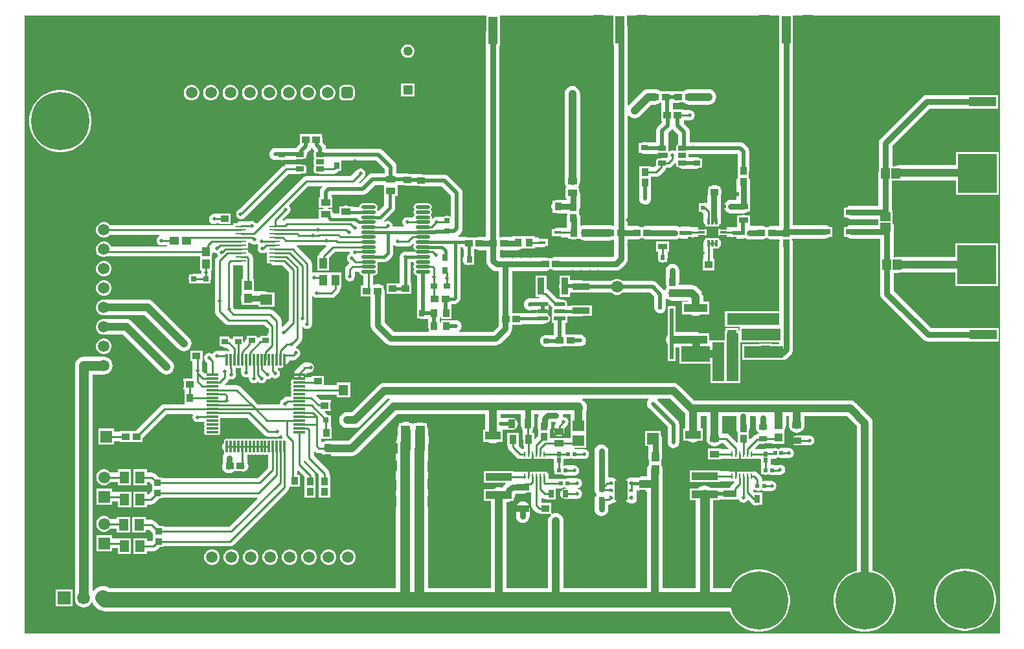
<source format=gtl>
G04*
G04 #@! TF.GenerationSoftware,Altium Limited,Altium Designer,23.8.1 (32)*
G04*
G04 Layer_Physical_Order=1*
G04 Layer_Color=255*
%FSLAX25Y25*%
%MOIN*%
G70*
G04*
G04 #@! TF.SameCoordinates,9FE1DFA8-D547-43E1-8EB2-FABD993C7150*
G04*
G04*
G04 #@! TF.FilePolarity,Positive*
G04*
G01*
G75*
%ADD17C,0.01000*%
%ADD20O,0.07480X0.01772*%
%ADD21R,0.15000X0.08000*%
%ADD22R,0.01968X0.01968*%
%ADD23R,0.01968X0.26378*%
%ADD24R,0.20000X0.08000*%
%ADD25R,0.20000X0.06000*%
%ADD26R,0.27000X0.06000*%
%ADD27R,0.06000X0.25000*%
%ADD28R,0.03543X0.02953*%
%ADD29R,0.04724X0.04331*%
%ADD30R,0.03961X0.03773*%
G04:AMPARAMS|DCode=31|XSize=61.42mil|YSize=11.02mil|CornerRadius=1.38mil|HoleSize=0mil|Usage=FLASHONLY|Rotation=180.000|XOffset=0mil|YOffset=0mil|HoleType=Round|Shape=RoundedRectangle|*
%AMROUNDEDRECTD31*
21,1,0.06142,0.00827,0,0,180.0*
21,1,0.05866,0.01102,0,0,180.0*
1,1,0.00276,-0.02933,0.00413*
1,1,0.00276,0.02933,0.00413*
1,1,0.00276,0.02933,-0.00413*
1,1,0.00276,-0.02933,-0.00413*
%
%ADD31ROUNDEDRECTD31*%
G04:AMPARAMS|DCode=32|XSize=61.42mil|YSize=11.02mil|CornerRadius=1.38mil|HoleSize=0mil|Usage=FLASHONLY|Rotation=90.000|XOffset=0mil|YOffset=0mil|HoleType=Round|Shape=RoundedRectangle|*
%AMROUNDEDRECTD32*
21,1,0.06142,0.00827,0,0,90.0*
21,1,0.05866,0.01102,0,0,90.0*
1,1,0.00276,0.00413,0.02933*
1,1,0.00276,0.00413,-0.02933*
1,1,0.00276,-0.00413,-0.02933*
1,1,0.00276,-0.00413,0.02933*
%
%ADD32ROUNDEDRECTD32*%
%ADD33R,0.06000X0.20000*%
%ADD34R,0.03773X0.03961*%
%ADD35R,0.04940X0.05733*%
%ADD36R,0.05709X0.05709*%
%ADD37R,0.01181X0.03347*%
%ADD38R,0.03347X0.01181*%
%ADD39R,0.05600X0.01100*%
%ADD40R,0.03543X0.03150*%
%ADD41R,0.04749X0.03765*%
%ADD42R,0.04182X0.04560*%
%ADD43R,0.03197X0.02985*%
%ADD44R,0.05906X0.05906*%
%ADD45R,0.06299X0.05512*%
%ADD46R,0.02953X0.03543*%
%ADD47R,0.03150X0.03543*%
%ADD48R,0.05926X0.02243*%
G04:AMPARAMS|DCode=49|XSize=59.26mil|YSize=22.43mil|CornerRadius=11.22mil|HoleSize=0mil|Usage=FLASHONLY|Rotation=180.000|XOffset=0mil|YOffset=0mil|HoleType=Round|Shape=RoundedRectangle|*
%AMROUNDEDRECTD49*
21,1,0.05926,0.00000,0,0,180.0*
21,1,0.03683,0.02243,0,0,180.0*
1,1,0.02243,-0.01841,0.00000*
1,1,0.02243,0.01841,0.00000*
1,1,0.02243,0.01841,0.00000*
1,1,0.02243,-0.01841,0.00000*
%
%ADD49ROUNDEDRECTD49*%
%ADD50R,0.02756X0.02756*%
%ADD51R,0.09055X0.03543*%
%ADD52R,0.03543X0.09055*%
%ADD53R,0.20000X0.20000*%
G04:AMPARAMS|DCode=54|XSize=43.31mil|YSize=23.62mil|CornerRadius=2.01mil|HoleSize=0mil|Usage=FLASHONLY|Rotation=0.000|XOffset=0mil|YOffset=0mil|HoleType=Round|Shape=RoundedRectangle|*
%AMROUNDEDRECTD54*
21,1,0.04331,0.01961,0,0,0.0*
21,1,0.03929,0.02362,0,0,0.0*
1,1,0.00402,0.01965,-0.00980*
1,1,0.00402,-0.01965,-0.00980*
1,1,0.00402,-0.01965,0.00980*
1,1,0.00402,0.01965,0.00980*
%
%ADD54ROUNDEDRECTD54*%
%ADD55R,0.04921X0.06102*%
%ADD56R,0.03543X0.03347*%
%ADD57R,0.12008X0.04488*%
%ADD58R,0.05512X0.02992*%
%ADD59R,0.13386X0.03858*%
%ADD60R,0.00984X0.02756*%
%ADD61R,0.12992X0.06693*%
%ADD62R,0.03765X0.04749*%
%ADD63R,0.08071X0.04331*%
%ADD64R,0.06693X0.03740*%
%ADD65R,0.05938X0.05337*%
%ADD66R,0.02165X0.02165*%
%ADD67R,0.02047X0.02047*%
%ADD68R,0.02254X0.02517*%
%ADD69R,0.05157X0.03567*%
%ADD70R,0.03150X0.04134*%
%ADD71R,0.04969X0.03378*%
%ADD72R,0.02402X0.02500*%
%ADD73R,0.02423X0.02254*%
%ADD74R,0.04724X0.03150*%
%ADD75R,0.02047X0.02205*%
%ADD76R,0.03543X0.03937*%
%ADD77R,0.03347X0.03937*%
%ADD78R,0.04545X0.05339*%
%ADD79R,0.03543X0.02953*%
%ADD80R,0.02953X0.03543*%
%ADD81R,0.04453X0.03591*%
%ADD82R,0.03591X0.04453*%
%ADD83R,0.02756X0.02756*%
%ADD84R,0.03740X0.04331*%
%ADD85R,0.05315X0.16535*%
%ADD86R,0.05000X0.14173*%
%ADD87R,0.16535X0.05315*%
%ADD88R,0.14173X0.05000*%
%ADD89R,0.03937X0.03347*%
%ADD90R,0.03740X0.01575*%
%ADD91R,0.05339X0.04545*%
%ADD92R,0.06890X0.09843*%
%ADD93C,0.01595*%
%ADD94R,0.04560X0.03985*%
%ADD95R,0.03773X0.03963*%
%ADD96R,0.03937X0.05512*%
%ADD97R,0.04182X0.04469*%
%ADD98R,0.03937X0.02953*%
%ADD99R,0.03985X0.04560*%
%ADD125R,0.06181X0.06181*%
%ADD126C,0.06181*%
%ADD129R,0.06653X0.06653*%
%ADD130C,0.06653*%
%ADD138R,0.08032X0.24410*%
%ADD139C,0.01500*%
%ADD140C,0.03000*%
%ADD141C,0.02000*%
%ADD142C,0.04000*%
%ADD143C,0.05000*%
%ADD144C,0.08000*%
%ADD145C,0.04921*%
%ADD146R,0.04921X0.04921*%
%ADD147C,0.05984*%
G04:AMPARAMS|DCode=148|XSize=59.84mil|YSize=59.84mil|CornerRadius=14.96mil|HoleSize=0mil|Usage=FLASHONLY|Rotation=270.000|XOffset=0mil|YOffset=0mil|HoleType=Round|Shape=RoundedRectangle|*
%AMROUNDEDRECTD148*
21,1,0.05984,0.02992,0,0,270.0*
21,1,0.02992,0.05984,0,0,270.0*
1,1,0.02992,-0.01496,-0.01496*
1,1,0.02992,-0.01496,0.01496*
1,1,0.02992,0.01496,0.01496*
1,1,0.02992,0.01496,-0.01496*
%
%ADD148ROUNDEDRECTD148*%
%ADD149R,0.06102X0.06102*%
%ADD150C,0.06102*%
G04:AMPARAMS|DCode=151|XSize=59.84mil|YSize=59.84mil|CornerRadius=14.96mil|HoleSize=0mil|Usage=FLASHONLY|Rotation=0.000|XOffset=0mil|YOffset=0mil|HoleType=Round|Shape=RoundedRectangle|*
%AMROUNDEDRECTD151*
21,1,0.05984,0.02992,0,0,0.0*
21,1,0.02992,0.05984,0,0,0.0*
1,1,0.02992,0.01496,-0.01496*
1,1,0.02992,-0.01496,-0.01496*
1,1,0.02992,-0.01496,0.01496*
1,1,0.02992,0.01496,0.01496*
%
%ADD151ROUNDEDRECTD151*%
%ADD152C,0.02000*%
%ADD153C,0.30000*%
%ADD154C,0.01968*%
G36*
X533845Y358313D02*
X534121Y357955D01*
X536474Y355601D01*
Y350729D01*
X536424Y350663D01*
X536067Y350592D01*
X535670Y350326D01*
X535404Y349929D01*
X535311Y349461D01*
Y347500D01*
X535335Y347382D01*
X534885Y347082D01*
X534476Y347355D01*
X533500Y347549D01*
X532524Y347355D01*
X531814Y346880D01*
X531387Y347169D01*
X531453Y347500D01*
Y349461D01*
X531359Y349929D01*
X531290Y350034D01*
Y356365D01*
X533140Y358215D01*
X533229Y358331D01*
X533845Y358313D01*
D02*
G37*
G36*
X385016Y329130D02*
Y323752D01*
X385226D01*
Y319149D01*
X382201Y316124D01*
X381659Y316288D01*
X381654Y316311D01*
X381291Y316854D01*
X381654Y317398D01*
X381801Y318134D01*
X381654Y318870D01*
X381238Y319494D01*
X380614Y319910D01*
X379878Y320057D01*
X374169D01*
X373433Y319910D01*
X372810Y319494D01*
X372393Y318870D01*
X372289Y318349D01*
X368985D01*
Y318571D01*
X366900D01*
X366476Y318855D01*
X365500Y319049D01*
X364525Y318855D01*
X364100Y318571D01*
X362016D01*
Y314774D01*
X359184D01*
X359137Y314889D01*
X358696Y315463D01*
X358485Y315674D01*
Y317130D01*
X356437D01*
X356074Y317178D01*
X356021Y317670D01*
X356373Y317870D01*
X358485D01*
Y323248D01*
X358026D01*
Y324474D01*
X374000D01*
X374783Y324577D01*
X375513Y324880D01*
X376140Y325360D01*
X380312Y329533D01*
X384781D01*
X385016Y329130D01*
D02*
G37*
G36*
X394032Y329484D02*
X395614D01*
X396217Y329235D01*
X397000Y329132D01*
X397000Y329132D01*
X403086D01*
X403217Y329077D01*
X404000Y328974D01*
X414747D01*
X419497Y324223D01*
Y313529D01*
X418997Y313262D01*
X418475Y313611D01*
X417500Y313805D01*
X416525Y313611D01*
X415970Y313240D01*
X412191D01*
X411216Y313046D01*
X410389Y312494D01*
X410103Y312207D01*
X409642Y312454D01*
X409754Y313016D01*
X409607Y313752D01*
X409244Y314295D01*
X409607Y314839D01*
X409754Y315575D01*
X409607Y316311D01*
X409244Y316854D01*
X409607Y317398D01*
X409754Y318134D01*
X409607Y318870D01*
X409190Y319494D01*
X408567Y319910D01*
X407831Y320057D01*
X402122D01*
X401386Y319910D01*
X400762Y319494D01*
X400346Y318870D01*
X400199Y318134D01*
X400346Y317398D01*
X400709Y316854D01*
X400346Y316311D01*
X400199Y315575D01*
X400346Y314839D01*
X400709Y314295D01*
X400346Y313752D01*
X400202Y313027D01*
X397109D01*
X397000Y313049D01*
X396024Y312855D01*
X395198Y312302D01*
X394645Y311475D01*
X394451Y310500D01*
X394645Y309524D01*
X395198Y308698D01*
X395219Y308676D01*
X395315Y308612D01*
X395163Y308112D01*
X389866D01*
X389549Y308499D01*
X389549Y308500D01*
X389355Y309475D01*
X388802Y310302D01*
X387976Y310855D01*
X387000Y311049D01*
X386729D01*
X385754Y310855D01*
X385513Y310694D01*
X385371Y310742D01*
X385237Y311314D01*
X389961Y316039D01*
X390402Y316613D01*
X390679Y317282D01*
X390774Y318000D01*
Y323752D01*
X391985D01*
Y329130D01*
X392219Y329533D01*
X394032D01*
Y329484D01*
D02*
G37*
G36*
X353210Y328489D02*
X352860Y328140D01*
X352379Y327513D01*
X352077Y326783D01*
X351974Y326000D01*
Y323248D01*
X351516D01*
Y317870D01*
X353653D01*
X354217Y317636D01*
X354263Y317630D01*
X354230Y317130D01*
X351516D01*
Y312049D01*
X335092D01*
X334116Y311855D01*
X333289Y311302D01*
X333165Y311178D01*
X333017Y311205D01*
X332849Y311744D01*
X336302Y315198D01*
X336855Y316024D01*
X337049Y317000D01*
X336855Y317975D01*
X336302Y318802D01*
X336267Y319162D01*
X346056Y328951D01*
X353018D01*
X353210Y328489D01*
D02*
G37*
G36*
X503000Y401413D02*
X503470D01*
Y308712D01*
X503338Y308647D01*
X502970Y308514D01*
X502044Y308897D01*
X501000Y309034D01*
X488354D01*
X487310Y308897D01*
X486676Y308634D01*
X486176Y308968D01*
Y312497D01*
X486056Y313410D01*
X485703Y314262D01*
X485386Y314674D01*
Y316370D01*
X485557Y316593D01*
X485910Y317444D01*
X486030Y318358D01*
Y324882D01*
X485910Y325796D01*
X485557Y326647D01*
X485485Y326742D01*
Y328071D01*
X485135D01*
X484908Y328571D01*
X485100Y328811D01*
X485485D01*
Y329470D01*
X485494Y329483D01*
X485897Y330456D01*
X486034Y331500D01*
Y337500D01*
Y376500D01*
X485897Y377544D01*
X485494Y378517D01*
X484853Y379353D01*
X484017Y379994D01*
X483044Y380397D01*
X482000Y380535D01*
X480956Y380397D01*
X479983Y379994D01*
X479147Y379353D01*
X478506Y378517D01*
X478103Y377544D01*
X477965Y376500D01*
Y337500D01*
Y331500D01*
X478103Y330456D01*
X478506Y329483D01*
X478515Y329470D01*
Y328811D01*
X478900D01*
X479092Y328571D01*
X478865Y328071D01*
X478515D01*
Y322693D01*
X478970D01*
Y322030D01*
X474709D01*
X473795Y321910D01*
X473205Y321665D01*
X471839D01*
Y320509D01*
X471651Y320265D01*
X471299Y319414D01*
X471178Y318500D01*
X471299Y317586D01*
X471651Y316735D01*
X471839Y316491D01*
Y315335D01*
X473205D01*
X473795Y315090D01*
X474709Y314970D01*
X479614D01*
Y314295D01*
X479588Y314262D01*
X479236Y313410D01*
X479115Y312497D01*
Y307608D01*
X474437D01*
X473462Y307414D01*
X472635Y306861D01*
X472625Y306846D01*
X471567D01*
Y303272D01*
X472625D01*
X472635Y303257D01*
X473462Y302704D01*
X474437Y302510D01*
X479776D01*
Y301835D01*
X481142D01*
X481732Y301590D01*
X482646Y301470D01*
X483559Y301590D01*
X484150Y301835D01*
X485909D01*
X486337Y301506D01*
X487310Y301103D01*
X488354Y300965D01*
X501000D01*
X502044Y301103D01*
X502970Y301486D01*
X503338Y301353D01*
X503470Y301288D01*
Y292962D01*
X503038Y292530D01*
X473520D01*
X472607Y292410D01*
X471755Y292057D01*
X471532Y291886D01*
X469290D01*
X468653Y292150D01*
X467740Y292270D01*
X444770D01*
Y296014D01*
X445270Y296329D01*
X445847Y296090D01*
X446760Y295970D01*
X453646D01*
X454559Y296090D01*
X455411Y296443D01*
X455922Y296835D01*
X462724D01*
Y297392D01*
X466563D01*
X467538Y297586D01*
X468365Y298138D01*
X468375Y298153D01*
X469433D01*
Y301728D01*
X468375D01*
X468365Y301743D01*
X467538Y302296D01*
X466563Y302490D01*
X462724D01*
Y303165D01*
X451276D01*
Y303030D01*
X446760D01*
X445847Y302910D01*
X444995Y302557D01*
X444530Y302831D01*
Y401201D01*
X444622D01*
Y417000D01*
X503000D01*
Y401413D01*
D02*
G37*
G36*
X702000Y98500D02*
X200000D01*
Y417000D01*
X437622D01*
Y408991D01*
X437590Y408914D01*
X437470Y408000D01*
Y303030D01*
X434260D01*
X433347Y302910D01*
X432495Y302557D01*
X432272Y302386D01*
X428316D01*
X428008Y302623D01*
X427339Y302900D01*
X426621Y302994D01*
X423352D01*
X423183Y303494D01*
X423326Y303605D01*
X424663Y304941D01*
X424663Y304941D01*
X425144Y305568D01*
X425446Y306298D01*
X425549Y307081D01*
Y325477D01*
X425549Y325477D01*
X425446Y326260D01*
X425144Y326990D01*
X424663Y327616D01*
X418140Y334140D01*
X417513Y334620D01*
X416783Y334923D01*
X416000Y335026D01*
X404757D01*
X404626Y335080D01*
X403842Y335183D01*
X398102D01*
X397382Y335482D01*
X396599Y335585D01*
X391526D01*
Y339000D01*
X391423Y339783D01*
X391121Y340513D01*
X390640Y341140D01*
X384400Y347380D01*
X383773Y347861D01*
X383043Y348163D01*
X382260Y348266D01*
X355460D01*
X355144Y348642D01*
X355041Y349425D01*
X354739Y350155D01*
X354258Y350782D01*
X354258Y350782D01*
X353587Y351453D01*
Y352699D01*
X353483Y353483D01*
X353241Y354069D01*
Y355886D01*
X345611D01*
X345523Y355923D01*
X344740Y356026D01*
X343957Y355923D01*
X343868Y355886D01*
X341759D01*
Y353345D01*
X341714Y353000D01*
Y350753D01*
X340436Y349475D01*
X339955Y348848D01*
X339796Y348465D01*
X333199D01*
X333067Y348447D01*
X332346Y348542D01*
X329000D01*
X328217Y348439D01*
X327487Y348137D01*
X326860Y347656D01*
X326379Y347029D01*
X326077Y346300D01*
X325974Y345517D01*
X326077Y344733D01*
X326379Y344004D01*
X326860Y343377D01*
X327487Y342896D01*
X328217Y342594D01*
X329000Y342491D01*
X331593D01*
X331717Y342439D01*
X332500Y342336D01*
X333141Y342421D01*
X333199Y342413D01*
X341683D01*
X342466Y342516D01*
X343196Y342818D01*
X343479Y343036D01*
X343847D01*
X344315Y343129D01*
X344712Y343394D01*
X344978Y343791D01*
X345067Y344240D01*
X345196Y344408D01*
X345498Y345138D01*
X345601Y345921D01*
Y346082D01*
X346880Y347360D01*
X347360Y347987D01*
X347536Y348411D01*
X348103Y348474D01*
X348421Y348060D01*
X349092Y347389D01*
Y346793D01*
X349022Y346689D01*
X348929Y346220D01*
Y344260D01*
X349022Y343791D01*
X349032Y343777D01*
X349273Y343370D01*
X349032Y342964D01*
X349022Y342949D01*
X348929Y342480D01*
Y340520D01*
X349022Y340051D01*
X349032Y340037D01*
X349273Y339630D01*
X349032Y339223D01*
X349022Y339209D01*
X348929Y338740D01*
Y336779D01*
X349022Y336311D01*
X349288Y335914D01*
X349685Y335648D01*
X350153Y335555D01*
X350918D01*
X351143Y335405D01*
X352118Y335211D01*
X352415Y335270D01*
X358980D01*
X359956Y335464D01*
X360540Y335854D01*
X360637Y335873D01*
X361464Y336426D01*
X361766Y336728D01*
X363114D01*
Y342214D01*
X381007D01*
X385474Y337747D01*
Y335585D01*
X379059D01*
X378276Y335482D01*
X377546Y335179D01*
X376919Y334699D01*
X372747Y330526D01*
X372284D01*
X372093Y330988D01*
X374802Y333698D01*
X375355Y334524D01*
X375549Y335500D01*
X375355Y336475D01*
X374802Y337302D01*
X373975Y337855D01*
X373000Y338049D01*
X372024Y337855D01*
X371198Y337302D01*
X367944Y334049D01*
X345000D01*
X344024Y333855D01*
X343198Y333302D01*
X319722Y309826D01*
X319078Y309890D01*
X318802Y310302D01*
X317975Y310855D01*
X317000Y311049D01*
X316539Y310957D01*
X311400D01*
X310424Y310763D01*
X309598Y310211D01*
X309548Y310161D01*
X309379Y309908D01*
X307550D01*
Y308939D01*
X244052D01*
X244045Y308951D01*
X243302Y309695D01*
X242391Y310220D01*
X241376Y310492D01*
X240325D01*
X239310Y310220D01*
X238399Y309695D01*
X237656Y308951D01*
X237130Y308041D01*
X236858Y307026D01*
Y305974D01*
X237130Y304959D01*
X237656Y304049D01*
X238399Y303306D01*
X239310Y302780D01*
X240325Y302508D01*
X241376D01*
X242391Y302780D01*
X243302Y303306D01*
X243837Y303841D01*
X269363D01*
X269511Y303378D01*
X269503Y303341D01*
X268698Y302802D01*
X268145Y301975D01*
X267951Y301000D01*
X268145Y300025D01*
X268698Y299198D01*
X269525Y298645D01*
X270500Y298451D01*
X273355D01*
X273404Y298402D01*
X273389Y298062D01*
X273129Y297805D01*
X244634D01*
X244571Y298041D01*
X244045Y298951D01*
X243302Y299694D01*
X242391Y300220D01*
X241376Y300492D01*
X240325D01*
X239310Y300220D01*
X238399Y299694D01*
X237656Y298951D01*
X237130Y298041D01*
X236858Y297026D01*
Y295974D01*
X237076Y295162D01*
X237251Y294280D01*
X237804Y293454D01*
X238631Y292901D01*
X239512Y292726D01*
X240325Y292508D01*
X241376D01*
X242119Y292707D01*
X290508D01*
Y285464D01*
X290951D01*
Y283805D01*
X287000D01*
X286140Y283634D01*
X284622D01*
Y282116D01*
X284451Y281256D01*
X284622Y280396D01*
Y278878D01*
X286140D01*
X287000Y278707D01*
X293500D01*
X294360Y278878D01*
X295878D01*
Y280396D01*
X296049Y281256D01*
Y285464D01*
X296492D01*
Y291976D01*
Y293738D01*
X296855Y294280D01*
X296951Y294761D01*
X297506Y294991D01*
X298025Y294645D01*
X299000Y294451D01*
X299060D01*
X299145Y294024D01*
X299670Y293239D01*
X298698Y292267D01*
X298145Y291440D01*
X297951Y290464D01*
Y270000D01*
Y264500D01*
X298145Y263525D01*
X298698Y262698D01*
X303198Y258198D01*
X304025Y257645D01*
X305000Y257451D01*
X323323D01*
X324951Y255823D01*
Y252024D01*
X324285D01*
X324000Y252080D01*
X323715Y252024D01*
X321401D01*
Y251315D01*
X320553Y251146D01*
X320099Y250843D01*
X319599Y251110D01*
Y252024D01*
X317284D01*
X317000Y252080D01*
X316902D01*
X316617Y252024D01*
X314401D01*
Y250636D01*
X314107Y250342D01*
X313555Y249515D01*
X313370Y248586D01*
X313082Y248371D01*
X312807Y248463D01*
X312634Y248585D01*
X312613Y248605D01*
X312691Y248995D01*
X312599Y249458D01*
Y251524D01*
X310601D01*
X310052Y251633D01*
X309504Y251524D01*
X307401D01*
Y250391D01*
X306901Y250123D01*
X306316Y250515D01*
X305599Y250657D01*
Y251524D01*
X303285D01*
X303000Y251581D01*
X302715Y251524D01*
X300401D01*
Y246539D01*
X301888D01*
X302070Y246357D01*
X302896Y245805D01*
X303872Y245611D01*
X304285D01*
X305382Y244513D01*
X305350Y244267D01*
X304820Y243923D01*
X304185Y244049D01*
X299009D01*
X298033Y243855D01*
X297206Y243302D01*
X296654Y242476D01*
X296586Y242447D01*
X295975Y242855D01*
X295000Y243049D01*
X294024Y242855D01*
X293198Y242302D01*
X292645Y241476D01*
X292451Y240500D01*
X292645Y239525D01*
X293198Y238698D01*
X294089Y237806D01*
Y232423D01*
X292682D01*
X291549Y233556D01*
Y238704D01*
X291748D01*
Y244296D01*
X285295D01*
Y238704D01*
X286451D01*
Y232500D01*
Y229796D01*
X281795D01*
Y224204D01*
X282473D01*
Y220136D01*
X282484Y220078D01*
Y217032D01*
X282138Y216675D01*
X271980D01*
X271005Y216481D01*
X270178Y215928D01*
X257136Y202886D01*
X249259D01*
Y202549D01*
X246051D01*
Y204051D01*
X237949D01*
Y195949D01*
X246051D01*
Y197451D01*
X249259D01*
Y197114D01*
X260741D01*
Y199281D01*
X273036Y211577D01*
X286517D01*
X286752Y211136D01*
X286645Y210976D01*
X286451Y210000D01*
X286645Y209025D01*
X287198Y208198D01*
X288024Y207645D01*
X289000Y207451D01*
X289950Y207640D01*
X292491D01*
X292682Y207183D01*
X292633Y207109D01*
X292545Y206665D01*
Y205839D01*
X292633Y205395D01*
X292718Y205268D01*
X292633Y205141D01*
X292545Y204697D01*
Y203870D01*
X292633Y203426D01*
X292718Y203299D01*
X292633Y203172D01*
X292545Y202728D01*
Y201902D01*
X292633Y201458D01*
X292884Y201081D01*
X293261Y200830D01*
X293705Y200742D01*
X299571D01*
X300015Y200830D01*
X300391Y201081D01*
X300643Y201458D01*
X300731Y201902D01*
Y202728D01*
X300643Y203172D01*
X300558Y203299D01*
X300643Y203426D01*
X300731Y203870D01*
Y204697D01*
X300643Y205141D01*
X300558Y205268D01*
X300643Y205395D01*
X300731Y205839D01*
Y206665D01*
X300643Y207109D01*
X300558Y207236D01*
X300643Y207363D01*
X300731Y207807D01*
Y208634D01*
X300643Y209078D01*
X300622Y209108D01*
X300889Y209609D01*
X314787D01*
X323698Y200698D01*
X324524Y200145D01*
X325500Y199951D01*
X330000D01*
X330976Y200145D01*
X331802Y200698D01*
X331951Y200920D01*
X332451Y200768D01*
Y200500D01*
X332645Y199524D01*
X332872Y199185D01*
X332857Y199101D01*
X332456Y198760D01*
X332209Y198810D01*
X331382D01*
X330938Y198721D01*
X330811Y198637D01*
X330684Y198721D01*
X330240Y198810D01*
X329413D01*
X328969Y198721D01*
X328842Y198637D01*
X328716Y198721D01*
X328272Y198810D01*
X327445D01*
X327001Y198721D01*
X326874Y198637D01*
X326747Y198721D01*
X326303Y198810D01*
X325476D01*
X325032Y198721D01*
X324905Y198637D01*
X324779Y198721D01*
X324335Y198810D01*
X323508D01*
X323064Y198721D01*
X322937Y198637D01*
X322810Y198721D01*
X322366Y198810D01*
X321539D01*
X321095Y198721D01*
X320969Y198637D01*
X320842Y198721D01*
X320398Y198810D01*
X319571D01*
X319127Y198721D01*
X319000Y198637D01*
X318873Y198721D01*
X318429Y198810D01*
X317602D01*
X317158Y198721D01*
X317032Y198637D01*
X316905Y198721D01*
X316461Y198810D01*
X315634D01*
X315190Y198721D01*
X315063Y198637D01*
X314936Y198721D01*
X314492Y198810D01*
X313665D01*
X313221Y198721D01*
X313094Y198637D01*
X312968Y198721D01*
X312524Y198810D01*
X311697D01*
X311253Y198721D01*
X311126Y198637D01*
X310999Y198721D01*
X310555Y198810D01*
X309728D01*
X309284Y198721D01*
X309157Y198637D01*
X309031Y198721D01*
X308587Y198810D01*
X307760D01*
X307316Y198721D01*
X307189Y198637D01*
X307062Y198721D01*
X306618Y198810D01*
X305791D01*
X305347Y198721D01*
X305221Y198637D01*
X305094Y198721D01*
X304650Y198810D01*
X303823D01*
X303379Y198721D01*
X303003Y198470D01*
X302751Y198094D01*
X302663Y197650D01*
Y196672D01*
X302434Y196519D01*
X301881Y195692D01*
X301687Y194717D01*
X301881Y193741D01*
X302434Y192914D01*
X302663Y192761D01*
Y191783D01*
X302751Y191340D01*
X302813Y191247D01*
X302443Y190765D01*
X302090Y189914D01*
X301970Y189000D01*
Y185818D01*
X301850Y185527D01*
X301729Y184614D01*
X301850Y183700D01*
X302202Y182849D01*
X302759Y182122D01*
Y182114D01*
X302768D01*
X303494Y181556D01*
X304346Y181204D01*
X305259Y181084D01*
X306173Y181204D01*
X307025Y181556D01*
X307751Y182114D01*
X311922D01*
X312740Y181951D01*
X313558Y182114D01*
X314241D01*
Y182496D01*
X314542Y182698D01*
X315095Y183525D01*
X315289Y184500D01*
X315095Y185476D01*
X314659Y186127D01*
Y190569D01*
X315116Y190761D01*
X315190Y190712D01*
X315634Y190623D01*
X316461D01*
X316905Y190712D01*
X317032Y190796D01*
X317158Y190712D01*
X317602Y190623D01*
X318429D01*
X318873Y190712D01*
X319000Y190796D01*
X319127Y190712D01*
X319571Y190623D01*
X320398D01*
X320842Y190712D01*
X320969Y190796D01*
X321095Y190712D01*
X321539Y190623D01*
X322366D01*
X322810Y190712D01*
X322937Y190796D01*
X323064Y190712D01*
X323508Y190623D01*
X324335D01*
X324779Y190712D01*
X324853Y190761D01*
X325309Y190569D01*
Y183914D01*
X320003Y178608D01*
X271272D01*
Y178732D01*
X269333D01*
X267263Y180802D01*
X266436Y181355D01*
X265461Y181549D01*
X262996D01*
Y183051D01*
X256075D01*
Y174949D01*
X262996D01*
Y176451D01*
X264405D01*
X265728Y175127D01*
Y171872D01*
X263905Y170049D01*
X263032D01*
Y171551D01*
X256110D01*
Y163449D01*
X263032D01*
Y164951D01*
X264961D01*
X265936Y165145D01*
X266763Y165698D01*
X269333Y168268D01*
X271272D01*
Y168392D01*
X319634D01*
X319825Y167930D01*
X305503Y153608D01*
X271772D01*
Y153732D01*
X269833D01*
X267263Y156302D01*
X266436Y156855D01*
X265461Y157049D01*
X262531D01*
Y158551D01*
X255610D01*
Y150449D01*
X262531D01*
Y151951D01*
X264405D01*
X266228Y150127D01*
Y146872D01*
X265405Y146049D01*
X262996D01*
Y147551D01*
X256075D01*
Y139449D01*
X262996D01*
Y140951D01*
X266461D01*
X267436Y141145D01*
X268263Y141698D01*
X269833Y143268D01*
X271772D01*
Y143392D01*
X305941D01*
X306916Y143586D01*
X307743Y144139D01*
X335566Y171961D01*
X336119Y172788D01*
X336313Y173764D01*
Y174280D01*
X341886D01*
Y180241D01*
X340549D01*
Y182193D01*
X341011Y182384D01*
X344114Y179281D01*
Y174020D01*
Y168499D01*
X349886D01*
Y174020D01*
Y179980D01*
X349549D01*
Y180000D01*
X349355Y180975D01*
X348802Y181802D01*
X343911Y186694D01*
Y187475D01*
X344411Y187626D01*
X344698Y187198D01*
X351460Y180435D01*
X351614Y179980D01*
X351614D01*
X351614Y179980D01*
Y174020D01*
Y168499D01*
X357386D01*
Y174020D01*
Y179980D01*
X357049D01*
Y181000D01*
X356855Y181975D01*
X356302Y182802D01*
X349049Y190056D01*
Y192193D01*
X349511Y192384D01*
X349698Y192198D01*
X350524Y191645D01*
X351500Y191451D01*
X352914D01*
X353147Y191147D01*
X353204Y191103D01*
Y190817D01*
X353577D01*
X353983Y190506D01*
X354956Y190103D01*
X356000Y189965D01*
X368518D01*
X368518Y189965D01*
X369562Y190103D01*
X370535Y190506D01*
X371371Y191147D01*
X391689Y211466D01*
X436966D01*
Y203661D01*
X435965D01*
Y197331D01*
X438554D01*
X438983Y197002D01*
X439956Y196599D01*
X441000Y196461D01*
X442044Y196599D01*
X443017Y197002D01*
X443446Y197331D01*
X446035D01*
Y203474D01*
X450929D01*
X451712Y203577D01*
X452442Y203879D01*
X453069Y204360D01*
X453550Y204987D01*
X453852Y205717D01*
X453955Y206500D01*
X453852Y207283D01*
X453550Y208013D01*
X453069Y208640D01*
X452442Y209120D01*
X451712Y209423D01*
X450929Y209526D01*
X445035D01*
Y211466D01*
X455470D01*
Y206500D01*
X455590Y205586D01*
X455943Y204735D01*
X456118Y204507D01*
Y203126D01*
X456451D01*
Y199000D01*
X456618Y198162D01*
Y195126D01*
X456951D01*
Y193549D01*
X456056D01*
X454311Y195293D01*
Y201874D01*
X448547D01*
Y195126D01*
X448880D01*
Y194571D01*
X449074Y193595D01*
X449627Y192769D01*
X453198Y189198D01*
X454025Y188645D01*
X455000Y188451D01*
X457500D01*
X458360Y188622D01*
X458609D01*
X458888Y188567D01*
Y186276D01*
X459022Y185603D01*
X457666Y184247D01*
X457114Y183420D01*
X456919Y182445D01*
Y182016D01*
X456640Y181961D01*
X456008D01*
Y181714D01*
X451693D01*
Y182095D01*
X436307D01*
Y176236D01*
X447560D01*
X447751Y175774D01*
X446697Y174720D01*
X446136Y173989D01*
X445885Y173383D01*
X445044Y173732D01*
X444000Y173869D01*
X442956Y173732D01*
X441983Y173329D01*
X441247Y172764D01*
X436307D01*
Y166905D01*
X439965D01*
Y122029D01*
X407788D01*
Y163249D01*
Y166500D01*
Y175500D01*
Y184500D01*
Y192098D01*
X407882Y192325D01*
X408037Y193500D01*
Y202749D01*
X407882Y203924D01*
X407429Y205018D01*
X407219Y205292D01*
Y206867D01*
X405316D01*
X404672Y207133D01*
X403498Y207288D01*
X402323Y207133D01*
X401680Y206867D01*
X400279D01*
Y206379D01*
X400221Y206337D01*
X399721Y206594D01*
Y206867D01*
X398604D01*
X398520Y206931D01*
X397426Y207384D01*
X396251Y207539D01*
X395076Y207384D01*
X393982Y206931D01*
X393898Y206867D01*
X392781D01*
Y205870D01*
X392320Y205269D01*
X391867Y204175D01*
X391712Y203000D01*
Y198509D01*
X391367Y197675D01*
X391212Y196500D01*
Y175000D01*
Y166500D01*
Y122029D01*
X243819D01*
X242807Y122570D01*
X241676Y122913D01*
X240500Y123029D01*
X239324Y122913D01*
X238193Y122570D01*
X237151Y122013D01*
X236237Y121263D01*
X235539Y120413D01*
X235039Y120463D01*
Y231961D01*
X240850D01*
X242025Y232116D01*
X243120Y232569D01*
X244060Y233291D01*
X244781Y234231D01*
X245235Y235325D01*
X245389Y236500D01*
X245235Y237675D01*
X244781Y238769D01*
X244060Y239709D01*
X243120Y240431D01*
X242025Y240884D01*
X240850Y241039D01*
X230500D01*
X229325Y240884D01*
X228231Y240431D01*
X227291Y239709D01*
X226569Y238769D01*
X226116Y237675D01*
X225961Y236500D01*
Y116553D01*
X226116Y115378D01*
X226569Y114283D01*
X227291Y113343D01*
X228231Y112622D01*
X229325Y112169D01*
X230500Y112014D01*
X231675Y112169D01*
X232769Y112622D01*
X233709Y113343D01*
X234431Y114283D01*
X234497Y114443D01*
X235049Y114470D01*
X235487Y113651D01*
X236237Y112737D01*
X237237Y111737D01*
X238151Y110987D01*
X239193Y110430D01*
X240324Y110087D01*
X241500Y109971D01*
X562973D01*
X563172Y109358D01*
X564316Y107114D01*
X565796Y105077D01*
X567577Y103296D01*
X569614Y101816D01*
X571858Y100672D01*
X574253Y99894D01*
X576741Y99500D01*
X579259D01*
X581747Y99894D01*
X584142Y100672D01*
X586386Y101816D01*
X588423Y103296D01*
X590204Y105077D01*
X591684Y107114D01*
X592828Y109358D01*
X593606Y111753D01*
X594000Y114241D01*
Y116759D01*
X593606Y119247D01*
X592828Y121642D01*
X591684Y123886D01*
X590204Y125923D01*
X588423Y127704D01*
X586386Y129184D01*
X584142Y130328D01*
X581747Y131106D01*
X579259Y131500D01*
X576741D01*
X574253Y131106D01*
X571858Y130328D01*
X569614Y129184D01*
X567577Y127704D01*
X565796Y125923D01*
X564316Y123886D01*
X563370Y122029D01*
X554539D01*
Y167240D01*
X557693D01*
Y167486D01*
X564488D01*
X565271Y167589D01*
X565399Y167642D01*
X567346D01*
X567739Y167383D01*
X568198Y166698D01*
X569025Y166145D01*
X570000Y165951D01*
X570975Y166145D01*
X571802Y166698D01*
X571858Y166753D01*
X572093Y167106D01*
X572591Y167155D01*
X574623Y165123D01*
X574642Y165110D01*
Y164933D01*
X574907D01*
X575450Y164570D01*
X576425Y164376D01*
X577401Y164570D01*
X577944Y164933D01*
X579791D01*
Y171067D01*
X575888D01*
X574962Y171994D01*
X575245Y172417D01*
X576345D01*
X576753Y172145D01*
X577728Y171951D01*
X578704Y172145D01*
X578876Y172260D01*
X579311Y172417D01*
X579723Y172194D01*
X579796Y172145D01*
X580772Y171951D01*
X584500D01*
X585475Y172145D01*
X586302Y172698D01*
X586855Y173524D01*
X587049Y174500D01*
X586855Y175476D01*
X586302Y176302D01*
X585475Y176855D01*
X584500Y177049D01*
X580772D01*
X580195Y176934D01*
X579695Y177343D01*
Y177854D01*
X579501Y178830D01*
X578948Y179657D01*
X577302Y181302D01*
X576475Y181855D01*
X575500Y182049D01*
X574000D01*
X573140Y181878D01*
X572891D01*
X572031Y182049D01*
X571172Y181878D01*
X570923D01*
X570114Y182039D01*
X569845Y182477D01*
X570561Y183192D01*
X570881Y183406D01*
X571434Y184233D01*
X571628Y185209D01*
X571434Y186184D01*
X570881Y187011D01*
X570644Y187249D01*
Y188484D01*
X570923Y188539D01*
X571172D01*
X572031Y188368D01*
X572891Y188539D01*
X573140D01*
X574000Y188368D01*
X574208Y188410D01*
X578694D01*
X579011Y188023D01*
X578951Y187720D01*
Y182772D01*
X579145Y181796D01*
X579272Y181607D01*
Y180543D01*
X580335D01*
X580524Y180417D01*
X581500Y180223D01*
X582476Y180417D01*
X582665Y180543D01*
X583437D01*
X583437Y180543D01*
Y180543D01*
X583844Y180323D01*
X583922Y180271D01*
X584898Y180077D01*
X588626D01*
X589601Y180271D01*
X590428Y180824D01*
X590802Y181198D01*
X591355Y182025D01*
X591549Y183000D01*
X591355Y183976D01*
X590802Y184802D01*
X589976Y185355D01*
X589000Y185549D01*
X588025Y185355D01*
X587755Y185175D01*
X586212D01*
X586125Y185233D01*
X585150Y185427D01*
X584549Y185308D01*
X584049Y185705D01*
Y187720D01*
X583953Y188201D01*
X584364Y188701D01*
X586175D01*
X587151Y188895D01*
X587978Y189448D01*
X588006Y189476D01*
X588103D01*
X588599Y189145D01*
X589575Y188951D01*
X593500D01*
X594476Y189145D01*
X595302Y189698D01*
X595855Y190524D01*
X596049Y191500D01*
X595855Y192475D01*
X595302Y193302D01*
X594476Y193855D01*
X593500Y194049D01*
X589575D01*
X588599Y193855D01*
X588103Y193524D01*
X587896D01*
X587401Y193855D01*
X586425Y194049D01*
X585450Y193855D01*
X585366Y193799D01*
X581750D01*
X580774Y193605D01*
X580629Y193508D01*
X576266D01*
X576074Y193970D01*
X578173Y196068D01*
X579617D01*
X580593Y196262D01*
X580875Y196451D01*
X584909D01*
Y196266D01*
X591091D01*
Y203378D01*
X591494Y203903D01*
X591897Y204876D01*
X592034Y205920D01*
Y210466D01*
X593466D01*
Y206000D01*
X593603Y204956D01*
X594006Y203983D01*
X594126Y203827D01*
Y203118D01*
X594686D01*
X595483Y202506D01*
X596456Y202103D01*
X597500Y201965D01*
X598544Y202103D01*
X599517Y202506D01*
X600315Y203118D01*
X600874D01*
Y203827D01*
X600994Y203983D01*
X601397Y204956D01*
X601535Y206000D01*
Y210466D01*
X623329D01*
X628466Y205329D01*
Y131012D01*
X626358Y130328D01*
X624114Y129184D01*
X622077Y127704D01*
X620296Y125923D01*
X618816Y123886D01*
X617672Y121642D01*
X616894Y119247D01*
X616500Y116759D01*
Y114241D01*
X616894Y111753D01*
X617672Y109358D01*
X618816Y107114D01*
X620296Y105077D01*
X622077Y103296D01*
X624114Y101816D01*
X626358Y100672D01*
X628753Y99894D01*
X631241Y99500D01*
X633759D01*
X636247Y99894D01*
X638642Y100672D01*
X640886Y101816D01*
X642923Y103296D01*
X644704Y105077D01*
X646184Y107114D01*
X647328Y109358D01*
X648106Y111753D01*
X648500Y114241D01*
Y116759D01*
X648106Y119247D01*
X647328Y121642D01*
X646184Y123886D01*
X644704Y125923D01*
X642923Y127704D01*
X640886Y129184D01*
X638642Y130328D01*
X636535Y131012D01*
Y207000D01*
X636397Y208044D01*
X635994Y209017D01*
X635353Y209853D01*
X627853Y217353D01*
X627017Y217994D01*
X626044Y218397D01*
X625000Y218534D01*
X625000Y218534D01*
X596000D01*
X596000Y218534D01*
X596000Y218534D01*
X586500D01*
X586500Y218534D01*
X586500Y218534D01*
X544671D01*
X536853Y226353D01*
X536017Y226994D01*
X535044Y227397D01*
X534000Y227535D01*
X534000Y227535D01*
X385000D01*
X383956Y227397D01*
X382983Y226994D01*
X382147Y226353D01*
X382147Y226353D01*
X368329Y212534D01*
X366000D01*
X364956Y212397D01*
X363983Y211994D01*
X363147Y211353D01*
X362506Y210517D01*
X362103Y209544D01*
X361965Y208500D01*
X362103Y207456D01*
X362506Y206483D01*
X363147Y205647D01*
X363983Y205006D01*
X364956Y204603D01*
X366000Y204466D01*
X370000D01*
X370000Y204466D01*
X371044Y204603D01*
X372017Y205006D01*
X372853Y205647D01*
X386671Y219465D01*
X387657D01*
X387965Y219020D01*
X387963Y218966D01*
X387165Y218353D01*
X366847Y198035D01*
X356000D01*
X354956Y197897D01*
X353983Y197494D01*
X353691Y197270D01*
X353204D01*
X352937Y197659D01*
Y199031D01*
X358016D01*
Y204969D01*
X357793D01*
Y208500D01*
X357622Y209360D01*
Y210878D01*
X356471D01*
X354606Y212742D01*
X354798Y213205D01*
X357705D01*
Y218795D01*
X352309D01*
X350147Y220958D01*
X350339Y221420D01*
X360779D01*
Y220133D01*
X367719D01*
Y227867D01*
X360779D01*
Y226518D01*
X354226D01*
Y231295D01*
X347774D01*
Y230454D01*
X343911D01*
Y231306D01*
X345556Y232951D01*
X346500D01*
X347476Y233145D01*
X348302Y233698D01*
X348855Y234524D01*
X349049Y235500D01*
X348855Y236475D01*
X348302Y237302D01*
X347476Y237855D01*
X346500Y238049D01*
X344500D01*
X343525Y237855D01*
X342698Y237302D01*
X339560Y234165D01*
X339007Y233338D01*
X338813Y232362D01*
Y229874D01*
X338815Y229866D01*
X338498Y229479D01*
X338429D01*
X337985Y229391D01*
X337609Y229139D01*
X337357Y228763D01*
X337269Y228319D01*
Y227492D01*
X337357Y227048D01*
X337442Y226921D01*
X337357Y226794D01*
X337269Y226350D01*
Y225524D01*
X337357Y225080D01*
X337442Y224953D01*
X337357Y224826D01*
X337269Y224382D01*
Y223555D01*
X337357Y223111D01*
X337442Y222984D01*
X337357Y222857D01*
X337269Y222413D01*
Y221587D01*
X337357Y221143D01*
X337407Y221069D01*
X337215Y220612D01*
X335334D01*
X334358Y220418D01*
X333531Y219865D01*
X333013Y219347D01*
X332198Y218802D01*
X331645Y217975D01*
X331451Y217000D01*
X331184Y216675D01*
X320056D01*
X318834Y217897D01*
X310960Y225771D01*
X310133Y226324D01*
X309157Y226518D01*
X303276D01*
X303084Y226979D01*
X304802Y228698D01*
X305185Y229271D01*
X305524Y229645D01*
X306500Y229451D01*
X307475Y229645D01*
X308302Y230198D01*
X308855Y231025D01*
X309049Y232000D01*
X308909Y232705D01*
Y234742D01*
X308819Y235197D01*
X309280Y235439D01*
X309284Y235436D01*
X309728Y235348D01*
X310555D01*
X310964Y235429D01*
X311033Y235417D01*
X311451Y235176D01*
Y233000D01*
X311645Y232025D01*
X312198Y231198D01*
X313024Y230645D01*
X314000Y230451D01*
X314976Y230645D01*
X315026Y230679D01*
X315467Y230443D01*
Y230016D01*
X315661Y229040D01*
X316213Y228213D01*
X317040Y227661D01*
X318016Y227467D01*
X318991Y227661D01*
X319818Y228213D01*
X320344Y228100D01*
X321024Y227645D01*
X322000Y227451D01*
X322975Y227645D01*
X323802Y228198D01*
X324355Y229025D01*
X324451Y229506D01*
X324729Y229451D01*
X325000D01*
X325975Y229645D01*
X326802Y230198D01*
X326889Y230328D01*
X327571Y230448D01*
X328025Y230145D01*
X329000Y229951D01*
X329976Y230145D01*
X330802Y230698D01*
X331355Y231524D01*
X331549Y232500D01*
X331355Y233475D01*
X330802Y234302D01*
X330407Y234698D01*
Y235294D01*
X330864Y235486D01*
X330938Y235436D01*
X331382Y235348D01*
X332209D01*
X332653Y235436D01*
X333029Y235688D01*
X333280Y236064D01*
X333369Y236508D01*
Y236577D01*
X333755Y236894D01*
X333764Y236892D01*
X334739Y237086D01*
X335566Y237638D01*
X336119Y238465D01*
X336290Y239325D01*
X338374D01*
X339350Y239519D01*
X340176Y240072D01*
X341302Y241198D01*
X341855Y242024D01*
X342049Y243000D01*
X341855Y243975D01*
X341302Y244802D01*
X340476Y245355D01*
X339801Y245489D01*
X339636Y246032D01*
X342230Y248625D01*
X342782Y249452D01*
X342976Y250428D01*
Y256377D01*
X343477Y256528D01*
X343698Y256198D01*
X344525Y255645D01*
X345500Y255451D01*
X346476Y255645D01*
X347302Y256198D01*
X347855Y257025D01*
X348049Y258000D01*
Y272268D01*
X348549Y272420D01*
X348698Y272198D01*
X349524Y271645D01*
X350500Y271451D01*
X358000D01*
X358976Y271645D01*
X359802Y272198D01*
X361952Y274347D01*
X362505Y275174D01*
X362699Y276150D01*
Y276913D01*
X363118D01*
Y284425D01*
X357181D01*
Y284425D01*
X356819D01*
Y284425D01*
X353929D01*
X353307Y284549D01*
X349000D01*
X348435Y284437D01*
X348049Y284754D01*
Y289000D01*
X347855Y289976D01*
X347302Y290802D01*
X340154Y297951D01*
X340361Y298451D01*
X355193D01*
X355384Y297989D01*
X352198Y294803D01*
X351646Y293976D01*
X351469Y293087D01*
X350882D01*
Y285575D01*
X356819D01*
Y292214D01*
X359717Y295112D01*
X367359D01*
X367451Y295000D01*
X367577Y294365D01*
X367525Y294355D01*
X366698Y293802D01*
X366145Y292975D01*
X365951Y292000D01*
X366145Y291024D01*
X366698Y290198D01*
X367172Y289724D01*
X367123Y289228D01*
X365698Y287802D01*
X365145Y286976D01*
X364951Y286000D01*
Y282500D01*
X365145Y281524D01*
X365698Y280698D01*
X366525Y280145D01*
X367500Y279951D01*
X368476Y280145D01*
X369302Y280698D01*
X369855Y281524D01*
X370049Y282500D01*
Y284876D01*
X372238D01*
X372247Y284866D01*
X372393Y284130D01*
X372810Y283506D01*
X373433Y283090D01*
X374169Y282943D01*
X374475D01*
Y277886D01*
X373259D01*
Y272114D01*
X378230D01*
Y257240D01*
X378350Y256326D01*
X378703Y255475D01*
X379264Y254744D01*
X386004Y248004D01*
X386735Y247443D01*
X387586Y247090D01*
X388500Y246970D01*
X442500D01*
X443414Y247090D01*
X444265Y247443D01*
X444996Y248004D01*
X449996Y253004D01*
X450557Y253735D01*
X450910Y254586D01*
X451030Y255500D01*
Y257614D01*
X456241D01*
Y257986D01*
X466667D01*
X467385Y258081D01*
X468054Y258358D01*
X468366Y258597D01*
X468509D01*
X469337Y258761D01*
X470038Y259230D01*
X470507Y259932D01*
X470672Y260760D01*
X470507Y261588D01*
X470038Y262290D01*
X469605Y262579D01*
X469355Y262901D01*
X469399Y263256D01*
X469590Y263717D01*
X469693Y264500D01*
Y267726D01*
X470193Y267933D01*
X471689Y266438D01*
X471715Y266420D01*
X471788Y265770D01*
X471493Y265328D01*
X471328Y264500D01*
X471493Y263672D01*
X471687Y263382D01*
X471420Y262881D01*
X471370D01*
Y258638D01*
X472474D01*
Y255046D01*
Y252282D01*
X468500D01*
X467717Y252179D01*
X466987Y251876D01*
X466671Y251634D01*
X466122D01*
Y251085D01*
X465879Y250769D01*
X465577Y250039D01*
X465474Y249256D01*
X465577Y248473D01*
X465879Y247743D01*
X466122Y247427D01*
Y246878D01*
X466671D01*
X466987Y246635D01*
X467717Y246333D01*
X468500Y246230D01*
X475256D01*
X476039Y246333D01*
X476717Y246614D01*
X480149D01*
X480237Y246577D01*
X481020Y246474D01*
X486000D01*
X486783Y246577D01*
X487513Y246880D01*
X488140Y247360D01*
X488621Y247987D01*
X488923Y248717D01*
X489026Y249500D01*
X488923Y250283D01*
X488621Y251013D01*
X488140Y251640D01*
X487513Y252120D01*
X486783Y252423D01*
X486000Y252526D01*
X481020D01*
X480237Y252423D01*
X480149Y252386D01*
X478526D01*
Y255046D01*
Y258638D01*
X479296D01*
Y261726D01*
X486500D01*
X487218Y261821D01*
X487887Y262098D01*
X487923Y262126D01*
X492028D01*
Y267669D01*
X480972D01*
Y267274D01*
X479635D01*
X479245Y267774D01*
X479337Y268240D01*
X479173Y269068D01*
X478704Y269770D01*
X478002Y270239D01*
X477174Y270403D01*
X476595D01*
X476308Y270595D01*
X475333Y270789D01*
X474547D01*
X470061Y275275D01*
X469234Y275827D01*
X468669Y275940D01*
Y283028D01*
X463126D01*
Y271972D01*
X464847D01*
X465015Y271766D01*
X464778Y271266D01*
X460240D01*
X460240Y271266D01*
X459457Y271163D01*
X458727Y270861D01*
X458101Y270380D01*
X457860Y270140D01*
X457379Y269513D01*
X457077Y268783D01*
X456974Y268000D01*
X457077Y267217D01*
X457379Y266487D01*
X457860Y265860D01*
X458487Y265380D01*
X459217Y265077D01*
X460000Y264974D01*
X460783Y265077D01*
X461114Y265214D01*
X463642D01*
Y264500D01*
X463703Y264034D01*
X463317Y263534D01*
X453000D01*
X452282Y263439D01*
X452155Y263386D01*
X451030D01*
Y285210D01*
X467740D01*
X468653Y285330D01*
X469505Y285683D01*
X470067Y286114D01*
X471532D01*
X471755Y285943D01*
X472607Y285590D01*
X473520Y285470D01*
X504500D01*
X505414Y285590D01*
X506265Y285943D01*
X506996Y286504D01*
X509496Y289004D01*
X510057Y289735D01*
X510410Y290586D01*
X510530Y291500D01*
Y301470D01*
X514980D01*
X515893Y301590D01*
X516745Y301943D01*
X516968Y302114D01*
X518512D01*
X518735Y301943D01*
X519586Y301590D01*
X520500Y301470D01*
X534813D01*
X535726Y301590D01*
X536578Y301943D01*
X537003Y302269D01*
X537422Y302095D01*
X538205Y301992D01*
X542482D01*
X543265Y302095D01*
X543995Y302397D01*
X544445Y302742D01*
X548283D01*
X549259Y302936D01*
X550086Y303489D01*
X550227Y303701D01*
X550957D01*
Y306882D01*
X550227D01*
X550086Y307094D01*
X549259Y307646D01*
X548283Y307840D01*
X543507D01*
X543265Y307941D01*
X542482Y308044D01*
X538205D01*
X537422Y307941D01*
X536973Y307754D01*
X536578Y308057D01*
X535726Y308410D01*
X534813Y308530D01*
X520500D01*
X519586Y308410D01*
X518735Y308057D01*
X518512Y307886D01*
X516968D01*
X516745Y308057D01*
X515893Y308410D01*
X514980Y308530D01*
X510530D01*
Y365173D01*
X511004Y365334D01*
X511147Y365147D01*
X511983Y364506D01*
X512956Y364103D01*
X514000Y363966D01*
X515044Y364103D01*
X516017Y364506D01*
X516853Y365147D01*
X522671Y370966D01*
X524480D01*
X525524Y371103D01*
X526497Y371506D01*
X527214Y372056D01*
X527714Y371926D01*
Y365500D01*
X527759Y365155D01*
Y362614D01*
X527974D01*
Y361608D01*
X526124Y359758D01*
X525643Y359131D01*
X525341Y358401D01*
X525238Y357618D01*
Y351506D01*
X520123D01*
X519783Y351647D01*
X519000Y351750D01*
X518217Y351647D01*
X517487Y351345D01*
X517299Y351201D01*
X516228D01*
Y349872D01*
X516077Y349508D01*
X515974Y348724D01*
X516077Y347941D01*
X516228Y347576D01*
Y346248D01*
X517225D01*
X517731Y345860D01*
X518461Y345557D01*
X519244Y345454D01*
X528264D01*
X529047Y345557D01*
X529777Y345860D01*
X530350Y346300D01*
X530697Y346369D01*
X530895Y346501D01*
X531256Y346141D01*
X531145Y345975D01*
X530951Y345000D01*
Y344056D01*
X530444Y343549D01*
X528264D01*
X527288Y343355D01*
X527063Y343205D01*
X526299D01*
X525831Y343111D01*
X525433Y342846D01*
X525168Y342449D01*
X525075Y341980D01*
Y340020D01*
X525131Y339736D01*
X524204Y338809D01*
X522386D01*
Y339241D01*
X516614D01*
Y333280D01*
Y331611D01*
X516577Y331523D01*
X516474Y330740D01*
Y322500D01*
X516577Y321717D01*
X516880Y320987D01*
X517360Y320360D01*
X517987Y319880D01*
X518717Y319577D01*
X519500Y319474D01*
X520283Y319577D01*
X521013Y319880D01*
X521640Y320360D01*
X522121Y320987D01*
X522423Y321717D01*
X522526Y322500D01*
Y330740D01*
X522423Y331523D01*
X522386Y331611D01*
Y333711D01*
X525260D01*
X526236Y333905D01*
X527063Y334458D01*
X529707Y337102D01*
X530260Y337929D01*
X530363Y338451D01*
X531500D01*
X532476Y338645D01*
X533302Y339198D01*
X534811Y340706D01*
X535311Y340499D01*
Y340020D01*
X535404Y339551D01*
X535670Y339154D01*
X536067Y338889D01*
X536413Y338820D01*
X536987Y338380D01*
X537717Y338077D01*
X538500Y337974D01*
X545862D01*
X546645Y338077D01*
X547375Y338380D01*
X547383Y338386D01*
X548772D01*
Y340185D01*
X548785Y340217D01*
X548888Y341000D01*
X548785Y341783D01*
X548772Y341815D01*
Y343339D01*
X547743D01*
X547375Y343620D01*
X546645Y343923D01*
X545862Y344026D01*
X541689D01*
Y345585D01*
X566974D01*
Y336760D01*
X567077Y335977D01*
X567114Y335889D01*
Y333228D01*
X566943Y333005D01*
X566590Y332154D01*
X566470Y331240D01*
Y325000D01*
Y322030D01*
X563500D01*
X562586Y321910D01*
X561735Y321557D01*
X561004Y320996D01*
X560443Y320265D01*
X560090Y319414D01*
X559970Y318500D01*
X560090Y317586D01*
X560443Y316735D01*
X561004Y316004D01*
X561735Y315443D01*
X562586Y315090D01*
X563500Y314970D01*
X569957D01*
X570870Y315090D01*
X571722Y315443D01*
X572407Y315968D01*
X573362D01*
Y317514D01*
X573410Y317630D01*
X573530Y318543D01*
Y325000D01*
Y331240D01*
X573410Y332154D01*
X573057Y333005D01*
X572886Y333228D01*
Y335889D01*
X572923Y335977D01*
X573026Y336760D01*
Y347000D01*
X572923Y347783D01*
X572620Y348513D01*
X572140Y349140D01*
X572140Y349140D01*
X570529Y350751D01*
X569902Y351232D01*
X569172Y351534D01*
X568389Y351637D01*
X542526D01*
Y356854D01*
X542423Y357638D01*
X542121Y358367D01*
X541640Y358994D01*
X539286Y361348D01*
Y362951D01*
X542500D01*
X543475Y363145D01*
X544302Y363698D01*
X544855Y364525D01*
X545049Y365500D01*
X544855Y366476D01*
X544302Y367302D01*
X543475Y367855D01*
X542500Y368049D01*
X539241D01*
Y368386D01*
X537132D01*
X537043Y368423D01*
X536260Y368526D01*
X535477Y368423D01*
X535389Y368386D01*
X533766D01*
Y371974D01*
X536500D01*
X537283Y372077D01*
X537371Y372114D01*
X539211D01*
X540003Y371506D01*
X540976Y371103D01*
X542020Y370966D01*
X552000D01*
X553044Y371103D01*
X554017Y371506D01*
X554853Y372147D01*
X555494Y372983D01*
X555897Y373956D01*
X556035Y375000D01*
X555897Y376044D01*
X555494Y377017D01*
X554853Y377853D01*
X554017Y378494D01*
X553044Y378897D01*
X552000Y379034D01*
X542020D01*
X540976Y378897D01*
X540003Y378494D01*
X539211Y377886D01*
X537371D01*
X537283Y377923D01*
X536500Y378026D01*
X530000D01*
X529217Y377923D01*
X529129Y377886D01*
X527289D01*
X526497Y378494D01*
X525524Y378897D01*
X524480Y379034D01*
X521000D01*
X519956Y378897D01*
X518983Y378494D01*
X518147Y377853D01*
X518147Y377853D01*
X511147Y370853D01*
X511004Y370666D01*
X510530Y370827D01*
Y410271D01*
X510410Y411185D01*
X510057Y412036D01*
X510000Y412111D01*
Y417000D01*
X588500D01*
Y407033D01*
X588470Y406803D01*
Y308530D01*
X584760D01*
X583847Y308410D01*
X582995Y308057D01*
X582772Y307886D01*
X581228D01*
X581005Y308057D01*
X580154Y308410D01*
X579240Y308530D01*
X573716D01*
X573362Y308882D01*
Y314032D01*
X570984D01*
X570596Y314192D01*
X569813Y314295D01*
X569030Y314192D01*
X568642Y314032D01*
X566638D01*
Y308882D01*
X566787D01*
Y308026D01*
X565500D01*
X564717Y307923D01*
X564518Y307840D01*
X559701D01*
X558725Y307646D01*
X557898Y307094D01*
X557757Y306882D01*
X557028D01*
Y303701D01*
X557757D01*
X557898Y303489D01*
X558725Y302936D01*
X559701Y302742D01*
X563514D01*
X563987Y302379D01*
X564717Y302077D01*
X565500Y301974D01*
X569813D01*
X570596Y302077D01*
X571019Y302252D01*
X571422Y301943D01*
X572274Y301590D01*
X573187Y301470D01*
X579240D01*
X580154Y301590D01*
X581005Y301943D01*
X581228Y302114D01*
X582772D01*
X582995Y301943D01*
X583847Y301590D01*
X584760Y301470D01*
X588494D01*
X588820Y300970D01*
X588590Y300414D01*
X588470Y299500D01*
Y264500D01*
X560500D01*
Y256500D01*
X568000D01*
Y254500D01*
X567362D01*
Y255925D01*
X560638D01*
Y254500D01*
X560500D01*
Y249500D01*
X553000D01*
Y249500D01*
X552504Y249510D01*
Y253095D01*
X547843D01*
X547517Y253344D01*
X546544Y253747D01*
X545500Y253885D01*
X545500Y253885D01*
X535240D01*
Y267189D01*
X531272D01*
Y252512D01*
X530778Y251868D01*
X530375Y250895D01*
X530237Y249850D01*
X530375Y248806D01*
X530778Y247833D01*
X531272Y247189D01*
Y238811D01*
X535240D01*
Y245816D01*
X537000D01*
Y237500D01*
X542228D01*
Y237484D01*
X547772D01*
Y237500D01*
X553000D01*
Y227500D01*
X568500D01*
Y248500D01*
X588470D01*
Y247500D01*
X584862D01*
Y247925D01*
X578138D01*
Y247500D01*
X569500D01*
Y239500D01*
X582728D01*
Y239484D01*
X587091D01*
X587500Y239430D01*
X590243D01*
X590771Y239500D01*
X591500D01*
Y239693D01*
X592008Y239903D01*
X592739Y240464D01*
X594496Y242222D01*
X595057Y242953D01*
X595410Y243804D01*
X595530Y244718D01*
Y299500D01*
X595410Y300414D01*
X595057Y301265D01*
X594900Y301470D01*
X594976Y301970D01*
X612000D01*
X612914Y302090D01*
X613765Y302443D01*
X614496Y303004D01*
X614496Y303004D01*
X615756D01*
Y307996D01*
X614496D01*
X614496Y307996D01*
X613765Y308557D01*
X612914Y308910D01*
X612000Y309030D01*
X595530D01*
Y406803D01*
X595500Y407033D01*
Y417000D01*
X702000D01*
Y98500D01*
D02*
G37*
G36*
X400360Y299185D02*
X400583Y298752D01*
X400346Y298397D01*
X400199Y297661D01*
X400346Y296926D01*
X400762Y296302D01*
X401386Y295885D01*
X401837Y295795D01*
X401788Y295295D01*
X396022D01*
X395304Y295201D01*
X394635Y294924D01*
X394060Y294483D01*
X394051Y294471D01*
X394039Y294461D01*
X393598Y293887D01*
X393321Y293218D01*
X393226Y292500D01*
Y278931D01*
X389500D01*
X388782Y278837D01*
X388768Y278831D01*
X386531D01*
Y273484D01*
X388768D01*
X388782Y273478D01*
X389500Y273384D01*
X395845D01*
X396562Y273478D01*
X396577Y273484D01*
X398969D01*
Y278831D01*
X398774D01*
Y289748D01*
X400246D01*
X400346Y289248D01*
X400709Y288705D01*
X400346Y288161D01*
X400199Y287425D01*
X400346Y286689D01*
X400709Y286146D01*
X400346Y285602D01*
X400199Y284866D01*
X400346Y284130D01*
X400762Y283506D01*
X401386Y283090D01*
X401990Y282970D01*
Y263500D01*
X402024Y263245D01*
Y260728D01*
X403868D01*
X404233Y260577D01*
X405016Y260474D01*
X407825D01*
Y257000D01*
X407928Y256217D01*
X408079Y255852D01*
Y254031D01*
X407579Y254030D01*
X389962D01*
X385290Y258702D01*
Y275000D01*
X385170Y275914D01*
X384817Y276765D01*
X384741Y276865D01*
Y277886D01*
X383748D01*
X383525Y278057D01*
X382674Y278410D01*
X381760Y278530D01*
X380847Y278410D01*
X380073Y278089D01*
X379803Y278197D01*
X379573Y278363D01*
Y282943D01*
X379878D01*
X380614Y283090D01*
X381238Y283506D01*
X381654Y284130D01*
X381801Y284866D01*
X381654Y285602D01*
X381291Y286146D01*
X381654Y286689D01*
X381801Y287425D01*
X381654Y288161D01*
X381291Y288705D01*
X381654Y289248D01*
X381758Y289770D01*
X385043D01*
X385761Y289864D01*
X386430Y290141D01*
X387005Y290582D01*
X388961Y292539D01*
X389402Y293113D01*
X389679Y293782D01*
X389774Y294500D01*
Y298500D01*
X390274Y298647D01*
X391024Y298145D01*
X392000Y297951D01*
X397500D01*
X398476Y298145D01*
X399302Y298698D01*
X399865Y299260D01*
X400360Y299185D01*
D02*
G37*
G36*
X316427Y299698D02*
X317254Y299145D01*
X318229Y298951D01*
X318500D01*
X319476Y299145D01*
X319768Y299341D01*
X320198Y298698D01*
X320205Y298690D01*
X320494Y298497D01*
X320145Y297975D01*
X319951Y297000D01*
X320145Y296024D01*
X320698Y295198D01*
X321525Y294645D01*
X322500Y294451D01*
X322771D01*
X323746Y294645D01*
X324350Y295049D01*
X324424Y295041D01*
X324850Y294781D01*
Y293029D01*
Y289092D01*
X326679D01*
X326848Y288839D01*
X327675Y288287D01*
X328650Y288093D01*
X332802D01*
X335951Y284944D01*
Y259556D01*
X332838Y256442D01*
X332376Y256634D01*
Y259673D01*
X332182Y260649D01*
X331629Y261476D01*
X328302Y264802D01*
X327476Y265355D01*
X326500Y265549D01*
X308556D01*
X307549Y266556D01*
Y288093D01*
X311350D01*
X312101Y288242D01*
X312601Y287915D01*
Y281036D01*
X311909D01*
Y274476D01*
Y272928D01*
X311590Y272158D01*
X311470Y271244D01*
X311590Y270330D01*
X311909Y269560D01*
Y267964D01*
X313772D01*
X314086Y267834D01*
X315000Y267714D01*
X320350D01*
Y266839D01*
X328650D01*
Y274350D01*
X325497D01*
X324764Y274654D01*
X323850Y274774D01*
X318091D01*
Y281036D01*
X317699D01*
Y291974D01*
X317505Y292950D01*
X316952Y293777D01*
X316367Y294363D01*
X315540Y294915D01*
X315150Y294993D01*
Y296129D01*
X314210D01*
X313893Y296515D01*
X313899Y296547D01*
X313893Y296579D01*
X314210Y296966D01*
X315150D01*
Y299904D01*
X316221D01*
X316427Y299698D01*
D02*
G37*
G36*
X425539Y297380D02*
X425759Y297211D01*
Y296614D01*
X425966D01*
Y292541D01*
X425893Y292446D01*
X425616Y291777D01*
X425522Y291059D01*
X425616Y290341D01*
X425893Y289672D01*
X426334Y289098D01*
X426425Y289028D01*
Y288575D01*
X427107D01*
X427577Y288380D01*
X428295Y288285D01*
X429013Y288380D01*
X429484Y288575D01*
X431575D01*
Y294118D01*
X431514D01*
Y296614D01*
X432272D01*
X432495Y296443D01*
X433347Y296090D01*
X434260Y295970D01*
X437710D01*
Y290497D01*
X437830Y289583D01*
X438183Y288732D01*
X438744Y288001D01*
X440501Y286244D01*
X441232Y285683D01*
X442084Y285330D01*
X442997Y285210D01*
X443970D01*
Y256962D01*
X441038Y254030D01*
X423879D01*
X423709Y254530D01*
X424140Y254860D01*
X424620Y255487D01*
X424923Y256217D01*
X425026Y257000D01*
X424923Y257783D01*
X424620Y258513D01*
X424140Y259140D01*
X423513Y259620D01*
X422783Y259923D01*
X422000Y260026D01*
X417150D01*
X416714Y259968D01*
X414378D01*
Y258653D01*
X414376Y258652D01*
X413876Y258889D01*
Y261285D01*
X414376Y261542D01*
X414378Y261541D01*
Y260531D01*
X419921D01*
Y266469D01*
X419786D01*
Y268226D01*
X421194D01*
X421912Y268321D01*
X422581Y268598D01*
X423155Y269039D01*
X423741Y269624D01*
X424182Y270199D01*
X424459Y270868D01*
X424553Y271586D01*
Y297447D01*
X425472D01*
X425539Y297380D01*
D02*
G37*
G36*
X480966Y206159D02*
X481031Y205661D01*
Y201821D01*
X481031Y201821D01*
Y201669D01*
X481031D01*
X481031Y201321D01*
Y199049D01*
X478578D01*
Y199284D01*
X471422D01*
Y199049D01*
X470386D01*
Y203197D01*
X470805Y203743D01*
X471158Y204595D01*
X471278Y205508D01*
Y207470D01*
X473158D01*
X473249Y207376D01*
X473412Y206970D01*
X472954Y206284D01*
X472760Y205309D01*
Y203758D01*
X472645Y203586D01*
X472451Y202611D01*
X472645Y201635D01*
X473198Y200809D01*
X474024Y200256D01*
X475000Y200062D01*
X475976Y200256D01*
X476802Y200809D01*
X477111Y201117D01*
X477664Y201944D01*
X477858Y202920D01*
Y204253D01*
X479302Y205698D01*
X479855Y206524D01*
X480049Y207500D01*
X479855Y208475D01*
X479302Y209302D01*
X478476Y209855D01*
X477500Y210049D01*
X477407Y210031D01*
X476958Y210451D01*
X477030Y211000D01*
X477018Y211090D01*
X477348Y211466D01*
X480966D01*
Y206159D01*
D02*
G37*
G36*
X576531Y209965D02*
X576470Y209500D01*
Y204906D01*
X576590Y203992D01*
X576943Y203140D01*
X577504Y202409D01*
X578068Y201976D01*
X577898Y201476D01*
X577032D01*
Y201149D01*
X576142Y200972D01*
X575315Y200420D01*
X573708Y198813D01*
X573210Y198862D01*
X572916Y199302D01*
X572886Y199322D01*
Y202633D01*
X572901Y202652D01*
X573253Y203503D01*
X573374Y204417D01*
Y210383D01*
X573446Y210466D01*
X576093D01*
X576531Y209965D01*
D02*
G37*
G36*
X464543Y211331D02*
X464673Y210965D01*
X464338Y210156D01*
X464218Y209243D01*
Y206483D01*
X464090Y206174D01*
X463970Y205260D01*
X464090Y204346D01*
X464443Y203495D01*
X464614Y203272D01*
Y200364D01*
X464501Y200251D01*
X464217Y200062D01*
X462844Y198689D01*
X462382Y198880D01*
Y201874D01*
X461549D01*
Y203126D01*
X461882D01*
Y204507D01*
X462057Y204735D01*
X462410Y205586D01*
X462530Y206500D01*
Y211466D01*
X464477D01*
X464543Y211331D01*
D02*
G37*
G36*
X566313Y210383D02*
Y204417D01*
X566433Y203503D01*
X566786Y202652D01*
X567114Y202225D01*
Y197144D01*
X566652Y196953D01*
X562767Y200838D01*
X561940Y201390D01*
X560965Y201584D01*
X559034D01*
Y210466D01*
X566241D01*
X566313Y210383D01*
D02*
G37*
G36*
X539965Y211829D02*
Y204161D01*
X538965D01*
Y197831D01*
X541554D01*
X541983Y197502D01*
X542956Y197099D01*
X544000Y196961D01*
X545044Y197099D01*
X546017Y197502D01*
X546446Y197831D01*
X549035D01*
Y204161D01*
X548034D01*
Y210466D01*
X550965D01*
Y199035D01*
X551103Y197991D01*
X551506Y197018D01*
X551626Y196862D01*
Y196153D01*
X552185D01*
X552983Y195541D01*
X553956Y195138D01*
X555000Y195001D01*
X556044Y195138D01*
X557017Y195541D01*
X557815Y196153D01*
X558374D01*
Y196486D01*
X559909D01*
X562420Y193975D01*
X562228Y193514D01*
X558374D01*
Y193847D01*
X551626D01*
Y188082D01*
X558374D01*
Y188416D01*
X563920D01*
X564157Y188368D01*
X565017Y188539D01*
X565266D01*
X565546Y188484D01*
Y186193D01*
X565679Y185520D01*
X564324Y184165D01*
X563771Y183338D01*
X563577Y182362D01*
Y182049D01*
X557693D01*
Y182429D01*
X542307D01*
Y176571D01*
X557693D01*
Y176951D01*
X564157D01*
X564943Y177107D01*
X565234Y176983D01*
X565329Y176433D01*
X563873Y174977D01*
X563320Y174150D01*
X563199Y173538D01*
X553002D01*
X552269Y174100D01*
X551175Y174554D01*
X550000Y174708D01*
X548825Y174554D01*
X547731Y174100D01*
X546791Y173379D01*
X546575Y173098D01*
X542307D01*
Y167240D01*
X545461D01*
Y122029D01*
X528535D01*
Y175500D01*
X528502Y175750D01*
X528535Y176000D01*
Y182752D01*
X528397Y183796D01*
X527994Y184769D01*
X527745Y185093D01*
Y187734D01*
X528064Y188505D01*
X528185Y189418D01*
Y198456D01*
X528064Y199369D01*
X527712Y200221D01*
X527343Y200702D01*
Y202953D01*
X519437D01*
Y195047D01*
X521124D01*
Y189418D01*
X521245Y188505D01*
X521564Y187734D01*
Y185496D01*
X521006Y184769D01*
X520603Y183796D01*
X520466Y182752D01*
Y179534D01*
X518420D01*
X517376Y179397D01*
X516403Y178994D01*
X516116Y178774D01*
X513981D01*
X513221Y178925D01*
X512138D01*
X512138Y178925D01*
X511962D01*
X511181Y178770D01*
X510856Y178635D01*
X510194Y178193D01*
X509945Y177944D01*
X509945Y177944D01*
X509945Y177944D01*
X509725Y177615D01*
X509503Y177282D01*
X509503Y177282D01*
X509503Y177282D01*
X509368Y176956D01*
X509213Y176176D01*
Y175824D01*
X509368Y175043D01*
X509503Y174718D01*
X509503Y174718D01*
X509503Y174718D01*
X509772Y174316D01*
Y173944D01*
X509503Y173542D01*
X509503Y173542D01*
X509503Y173542D01*
X509368Y173216D01*
X509213Y172436D01*
Y172084D01*
X509368Y171303D01*
X509503Y170978D01*
X509503Y170978D01*
X509503Y170978D01*
X509896Y170390D01*
X509503Y169802D01*
X509503Y169802D01*
X509503Y169802D01*
X509368Y169476D01*
X509213Y168696D01*
Y168343D01*
X509368Y167563D01*
X509503Y167238D01*
X509503Y167238D01*
X509503Y167237D01*
X509725Y166905D01*
X509945Y166576D01*
X509945Y166576D01*
X509945Y166576D01*
X510194Y166327D01*
X510194Y166327D01*
X510194Y166327D01*
X510523Y166107D01*
X510856Y165885D01*
X510856Y165885D01*
X510856Y165885D01*
X511181Y165750D01*
X511962Y165595D01*
X513221Y165595D01*
X514001Y165750D01*
X514662Y166192D01*
X515104Y166853D01*
X515260Y167634D01*
Y169405D01*
X515104Y170186D01*
X514968Y170390D01*
X515104Y170594D01*
X515260Y171374D01*
Y172274D01*
X516054D01*
X516403Y172006D01*
X517376Y171603D01*
X518420Y171466D01*
X520466D01*
Y122029D01*
X477534D01*
Y156500D01*
X477397Y157544D01*
X476994Y158517D01*
X476353Y159353D01*
X475517Y159994D01*
X474544Y160397D01*
X473500Y160535D01*
X472456Y160397D01*
X471710Y160088D01*
X471238Y160374D01*
X471220Y160402D01*
Y165886D01*
X465954D01*
Y168090D01*
X466396Y168326D01*
X466666Y168145D01*
X467642Y167951D01*
X468425D01*
Y167433D01*
X473575D01*
Y173228D01*
X476179D01*
X477155Y173422D01*
X477617Y173731D01*
X478039Y173917D01*
X478452Y173694D01*
X478524Y173645D01*
X479007Y173549D01*
X478958Y173049D01*
X478284D01*
X477308Y172855D01*
X476481Y172302D01*
X475928Y171476D01*
X475735Y170500D01*
X475928Y169525D01*
X476481Y168698D01*
X477308Y168145D01*
X478284Y167951D01*
X484500D01*
X485475Y168145D01*
X486302Y168698D01*
X486855Y169525D01*
X487049Y170500D01*
X486855Y171476D01*
X486302Y172302D01*
X485475Y172855D01*
X484771Y172995D01*
Y173505D01*
X485475Y173645D01*
X486302Y174198D01*
X486855Y175024D01*
X487049Y176000D01*
X486855Y176976D01*
X486302Y177802D01*
X485475Y178355D01*
X484500Y178549D01*
X479500D01*
X478524Y178355D01*
X478448Y178304D01*
X478039Y178083D01*
Y178083D01*
X478039Y178083D01*
X477229D01*
X477155Y178132D01*
X476179Y178326D01*
X469892D01*
Y179583D01*
X469698Y180558D01*
X469145Y181385D01*
X468835Y181592D01*
Y181961D01*
X468202D01*
X467343Y182132D01*
X466483Y181961D01*
X466234D01*
X465374Y182132D01*
X464514Y181961D01*
X464265D01*
X463457Y182121D01*
X463188Y182559D01*
X463903Y183275D01*
X464224Y183489D01*
X464776Y184316D01*
X464970Y185291D01*
X464776Y186267D01*
X464224Y187094D01*
X463986Y187331D01*
Y188567D01*
X464265Y188622D01*
X464514D01*
X465374Y188451D01*
X466234Y188622D01*
X466483D01*
X467343Y188451D01*
X472202D01*
X472520Y188065D01*
X472451Y187720D01*
Y183272D01*
X472645Y182296D01*
X472874Y181954D01*
Y180417D01*
X477039D01*
X477039Y180417D01*
Y180417D01*
X477446Y180197D01*
X477525Y180145D01*
X478500Y179951D01*
X483000D01*
X483976Y180145D01*
X484802Y180698D01*
X485355Y181525D01*
X485549Y182500D01*
X485355Y183475D01*
X484802Y184302D01*
X483976Y184855D01*
X483000Y185049D01*
X478500D01*
X477936Y184937D01*
X477549Y185254D01*
Y187720D01*
X477480Y188065D01*
X477798Y188451D01*
X479850D01*
X480826Y188645D01*
X481322Y188976D01*
X481529D01*
X482024Y188645D01*
X483000Y188451D01*
X488000D01*
X488975Y188645D01*
X489802Y189198D01*
X490355Y190024D01*
X490549Y191000D01*
X490355Y191975D01*
X489802Y192802D01*
X488975Y193355D01*
X488000Y193549D01*
X483073D01*
X483024Y194049D01*
X483506Y194145D01*
X483785Y194331D01*
X488969D01*
Y201321D01*
X488969Y201669D01*
X488969D01*
Y201821D01*
X488969D01*
Y205661D01*
X489035Y206159D01*
Y212739D01*
X489397Y213615D01*
X489535Y214659D01*
X489535Y214659D01*
Y215000D01*
X489535Y215000D01*
X489397Y216044D01*
X488994Y217017D01*
X488353Y217853D01*
X488353Y217853D01*
X487853Y218353D01*
X487054Y218966D01*
X487053Y219020D01*
X487361Y219465D01*
X521001D01*
X521227Y218966D01*
X520880Y218513D01*
X520577Y217783D01*
X520474Y217000D01*
Y216810D01*
X520577Y216026D01*
X520880Y215297D01*
X521360Y214670D01*
X530974Y205056D01*
Y197000D01*
X531077Y196217D01*
X531380Y195487D01*
X531860Y194860D01*
X532487Y194379D01*
X533217Y194077D01*
X534000Y193974D01*
X534783Y194077D01*
X535513Y194379D01*
X536140Y194860D01*
X536621Y195487D01*
X536923Y196217D01*
X537026Y197000D01*
Y206310D01*
X536923Y207093D01*
X536621Y207822D01*
X536140Y208449D01*
X526152Y218437D01*
X526121Y218513D01*
X525773Y218966D01*
X525999Y219465D01*
X532329D01*
X539965Y211829D01*
D02*
G37*
G36*
X512138Y176886D02*
X513221D01*
Y175114D01*
X511962D01*
X511636Y175249D01*
X511387Y175498D01*
X511252Y175824D01*
Y176000D01*
Y176176D01*
X511387Y176502D01*
X511636Y176751D01*
X511962Y176886D01*
X512138D01*
Y176886D01*
D02*
G37*
G36*
X513221Y171374D02*
X511962D01*
X511636Y171509D01*
X511387Y171758D01*
X511252Y172084D01*
Y172260D01*
Y172436D01*
X511387Y172762D01*
X511636Y173011D01*
X511962Y173146D01*
X513221D01*
Y171374D01*
D02*
G37*
G36*
Y167634D02*
X512138Y167634D01*
X511962D01*
X511636Y167769D01*
X511387Y168018D01*
X511252Y168343D01*
Y168520D01*
Y168696D01*
X511387Y169021D01*
X511636Y169271D01*
X511962Y169405D01*
X513221D01*
Y167634D01*
D02*
G37*
G36*
X460846Y171142D02*
X460856Y170646D01*
Y164594D01*
X461051Y163619D01*
X461603Y162792D01*
X463198Y161198D01*
X464024Y160645D01*
X465000Y160451D01*
X465259D01*
Y160114D01*
X470817D01*
X470987Y159614D01*
X470647Y159353D01*
X470006Y158517D01*
X469603Y157544D01*
X469465Y156500D01*
Y122029D01*
X448034D01*
Y166304D01*
X448764D01*
X449678Y166425D01*
X450529Y166777D01*
X450696Y166905D01*
X451693D01*
Y167772D01*
X452250Y168499D01*
X452603Y169350D01*
X452723Y170264D01*
X453149Y170451D01*
X456457D01*
X457371Y170571D01*
X458222Y170924D01*
X458506Y171142D01*
X460846D01*
D02*
G37*
%LPC*%
G36*
X397818Y401961D02*
X396907D01*
X396026Y401725D01*
X395237Y401269D01*
X394593Y400625D01*
X394137Y399836D01*
X393902Y398956D01*
Y398044D01*
X394137Y397164D01*
X394593Y396375D01*
X395237Y395731D01*
X396026Y395275D01*
X396907Y395039D01*
X397818D01*
X398698Y395275D01*
X399487Y395731D01*
X400131Y396375D01*
X400587Y397164D01*
X400823Y398044D01*
Y398956D01*
X400587Y399836D01*
X400131Y400625D01*
X399487Y401269D01*
X398698Y401725D01*
X397818Y401961D01*
D02*
G37*
G36*
X400823Y381961D02*
X393902D01*
Y375039D01*
X400823D01*
Y381961D01*
D02*
G37*
G36*
X356526Y381142D02*
X355474D01*
X354459Y380870D01*
X353549Y380344D01*
X352805Y379601D01*
X352280Y378690D01*
X352008Y377675D01*
Y376624D01*
X352280Y375609D01*
X352805Y374698D01*
X353549Y373955D01*
X354459Y373429D01*
X355474Y373157D01*
X356526D01*
X357541Y373429D01*
X358451Y373955D01*
X359194Y374698D01*
X359720Y375609D01*
X359992Y376624D01*
Y377675D01*
X359720Y378690D01*
X359194Y379601D01*
X358451Y380344D01*
X357541Y380870D01*
X356526Y381142D01*
D02*
G37*
G36*
X346526D02*
X345474D01*
X344459Y380870D01*
X343549Y380344D01*
X342806Y379601D01*
X342280Y378690D01*
X342008Y377675D01*
Y376624D01*
X342280Y375609D01*
X342806Y374698D01*
X343549Y373955D01*
X344459Y373429D01*
X345474Y373157D01*
X346526D01*
X347541Y373429D01*
X348451Y373955D01*
X349195Y374698D01*
X349720Y375609D01*
X349992Y376624D01*
Y377675D01*
X349720Y378690D01*
X349195Y379601D01*
X348451Y380344D01*
X347541Y380870D01*
X346526Y381142D01*
D02*
G37*
G36*
X336526D02*
X335474D01*
X334459Y380870D01*
X333549Y380344D01*
X332805Y379601D01*
X332280Y378690D01*
X332008Y377675D01*
Y376624D01*
X332280Y375609D01*
X332805Y374698D01*
X333549Y373955D01*
X334459Y373429D01*
X335474Y373157D01*
X336526D01*
X337541Y373429D01*
X338451Y373955D01*
X339194Y374698D01*
X339720Y375609D01*
X339992Y376624D01*
Y377675D01*
X339720Y378690D01*
X339194Y379601D01*
X338451Y380344D01*
X337541Y380870D01*
X336526Y381142D01*
D02*
G37*
G36*
X326526D02*
X325474D01*
X324459Y380870D01*
X323549Y380344D01*
X322806Y379601D01*
X322280Y378690D01*
X322008Y377675D01*
Y376624D01*
X322280Y375609D01*
X322806Y374698D01*
X323549Y373955D01*
X324459Y373429D01*
X325474Y373157D01*
X326526D01*
X327541Y373429D01*
X328451Y373955D01*
X329194Y374698D01*
X329720Y375609D01*
X329992Y376624D01*
Y377675D01*
X329720Y378690D01*
X329194Y379601D01*
X328451Y380344D01*
X327541Y380870D01*
X326526Y381142D01*
D02*
G37*
G36*
X316526D02*
X315474D01*
X314459Y380870D01*
X313549Y380344D01*
X312806Y379601D01*
X312280Y378690D01*
X312008Y377675D01*
Y376624D01*
X312280Y375609D01*
X312806Y374698D01*
X313549Y373955D01*
X314459Y373429D01*
X315474Y373157D01*
X316526D01*
X317541Y373429D01*
X318451Y373955D01*
X319195Y374698D01*
X319720Y375609D01*
X319992Y376624D01*
Y377675D01*
X319720Y378690D01*
X319195Y379601D01*
X318451Y380344D01*
X317541Y380870D01*
X316526Y381142D01*
D02*
G37*
G36*
X306526D02*
X305474D01*
X304459Y380870D01*
X303549Y380344D01*
X302805Y379601D01*
X302280Y378690D01*
X302008Y377675D01*
Y376624D01*
X302280Y375609D01*
X302805Y374698D01*
X303549Y373955D01*
X304459Y373429D01*
X305474Y373157D01*
X306526D01*
X307541Y373429D01*
X308451Y373955D01*
X309194Y374698D01*
X309720Y375609D01*
X309992Y376624D01*
Y377675D01*
X309720Y378690D01*
X309194Y379601D01*
X308451Y380344D01*
X307541Y380870D01*
X306526Y381142D01*
D02*
G37*
G36*
X296526D02*
X295474D01*
X294459Y380870D01*
X293549Y380344D01*
X292806Y379601D01*
X292280Y378690D01*
X292008Y377675D01*
Y376624D01*
X292280Y375609D01*
X292806Y374698D01*
X293549Y373955D01*
X294459Y373429D01*
X295474Y373157D01*
X296526D01*
X297541Y373429D01*
X298451Y373955D01*
X299195Y374698D01*
X299720Y375609D01*
X299992Y376624D01*
Y377675D01*
X299720Y378690D01*
X299195Y379601D01*
X298451Y380344D01*
X297541Y380870D01*
X296526Y381142D01*
D02*
G37*
G36*
X286526D02*
X285474D01*
X284459Y380870D01*
X283549Y380344D01*
X282805Y379601D01*
X282280Y378690D01*
X282008Y377675D01*
Y376624D01*
X282280Y375609D01*
X282805Y374698D01*
X283549Y373955D01*
X284459Y373429D01*
X285474Y373157D01*
X286526D01*
X287541Y373429D01*
X288451Y373955D01*
X289194Y374698D01*
X289720Y375609D01*
X289992Y376624D01*
Y377675D01*
X289720Y378690D01*
X289194Y379601D01*
X288451Y380344D01*
X287541Y380870D01*
X286526Y381142D01*
D02*
G37*
G36*
X367496Y381190D02*
X364504D01*
X363530Y380997D01*
X362704Y380445D01*
X362153Y379620D01*
X361959Y378645D01*
Y375653D01*
X362153Y374679D01*
X362704Y373854D01*
X363530Y373302D01*
X364504Y373109D01*
X367496D01*
X368470Y373302D01*
X369296Y373854D01*
X369847Y374679D01*
X370041Y375653D01*
Y378645D01*
X369847Y379620D01*
X369296Y380445D01*
X368470Y380997D01*
X367496Y381190D01*
D02*
G37*
G36*
X219759Y378500D02*
X217241D01*
X214753Y378106D01*
X212358Y377328D01*
X210114Y376184D01*
X208077Y374704D01*
X206296Y372923D01*
X204816Y370886D01*
X203672Y368642D01*
X202894Y366247D01*
X202500Y363759D01*
Y361241D01*
X202894Y358753D01*
X203672Y356358D01*
X204816Y354114D01*
X206296Y352077D01*
X208077Y350296D01*
X210114Y348816D01*
X212358Y347672D01*
X214753Y346894D01*
X217241Y346500D01*
X219759D01*
X222247Y346894D01*
X224642Y347672D01*
X226886Y348816D01*
X228923Y350296D01*
X230704Y352077D01*
X232184Y354114D01*
X233328Y356358D01*
X234106Y358753D01*
X234500Y361241D01*
Y363759D01*
X234106Y366247D01*
X233328Y368642D01*
X232184Y370886D01*
X230704Y372923D01*
X228923Y374704D01*
X226886Y376184D01*
X224642Y377328D01*
X222247Y378106D01*
X219759Y378500D01*
D02*
G37*
G36*
X693000Y376030D02*
X664500D01*
X663586Y375910D01*
X662735Y375557D01*
X662004Y374996D01*
X640682Y353674D01*
X640121Y352943D01*
X639768Y352092D01*
X639648Y351178D01*
Y336375D01*
X639590Y336236D01*
X639470Y335322D01*
Y319030D01*
X625504D01*
X624590Y318910D01*
X623739Y318557D01*
X623008Y317996D01*
X623008Y317996D01*
X621748D01*
Y313004D01*
X623008D01*
X623008Y313004D01*
X623739Y312443D01*
X624590Y312090D01*
X625504Y311970D01*
X639330D01*
Y309030D01*
X625504D01*
X624590Y308910D01*
X623739Y308557D01*
X623008Y307996D01*
X623008Y307996D01*
X621748D01*
Y303004D01*
X623008D01*
X623008Y303004D01*
X623739Y302443D01*
X624590Y302090D01*
X625504Y301970D01*
X640358D01*
Y289447D01*
X640396Y289161D01*
X640309Y288500D01*
Y273661D01*
X640429Y272747D01*
X640782Y271896D01*
X641343Y271165D01*
X662504Y250004D01*
X663235Y249443D01*
X664086Y249090D01*
X665000Y248970D01*
X685201D01*
Y248878D01*
X701374D01*
Y255878D01*
X693585D01*
X693508Y255910D01*
X692594Y256030D01*
X666462D01*
X647369Y275123D01*
Y284077D01*
X647740Y284325D01*
X647869Y284327D01*
X648888Y284193D01*
X649933Y284331D01*
X650259Y284466D01*
X679000D01*
Y277500D01*
X701000D01*
Y299500D01*
X679000D01*
Y292534D01*
X649161D01*
X648117Y292397D01*
X647919Y292315D01*
X647419Y292649D01*
Y305500D01*
Y308000D01*
X647298Y308914D01*
X646946Y309765D01*
X646670Y310125D01*
Y316434D01*
X646530D01*
Y331830D01*
X649071D01*
X649773Y331738D01*
X679500D01*
Y324500D01*
X701500D01*
Y346500D01*
X679500D01*
Y339807D01*
X649773D01*
X648728Y339669D01*
X647755Y339266D01*
X647629Y339170D01*
X646708D01*
Y349716D01*
X665962Y368970D01*
X693000D01*
X693229Y369000D01*
X701087D01*
Y376000D01*
X693229D01*
X693000Y376030D01*
D02*
G37*
G36*
X555260Y329530D02*
X554347Y329410D01*
X553495Y329057D01*
X553272Y328886D01*
X552280D01*
Y327961D01*
X551886Y327448D01*
X551533Y326597D01*
X551413Y325683D01*
Y320643D01*
X551291Y320529D01*
X550913Y320317D01*
X550062Y320486D01*
X549087Y320292D01*
X548839Y320127D01*
X546976D01*
Y315873D01*
X548522D01*
X549443Y314952D01*
Y311040D01*
X549435Y311000D01*
X549629Y310024D01*
X550182Y309198D01*
X550394Y309056D01*
Y308327D01*
X557590D01*
Y309056D01*
X557802Y309198D01*
X558355Y310024D01*
X558549Y311000D01*
X558420Y311649D01*
X558473Y312057D01*
Y324612D01*
X558670Y325086D01*
X558790Y326000D01*
X558670Y326914D01*
X558317Y327765D01*
X558241Y327865D01*
Y328886D01*
X557248D01*
X557025Y329057D01*
X556174Y329410D01*
X555260Y329530D01*
D02*
G37*
G36*
X341882Y340309D02*
X334760D01*
X333784Y340115D01*
X332957Y339562D01*
X310615Y317220D01*
X310108Y316881D01*
X309698Y316471D01*
X309145Y315644D01*
X308951Y314668D01*
Y314500D01*
X309145Y313525D01*
X309698Y312698D01*
X310525Y312145D01*
X311500Y311951D01*
X312475Y312145D01*
X313302Y312698D01*
X313534Y313045D01*
X313881Y313276D01*
X335816Y335211D01*
X341882D01*
X342857Y335405D01*
X343082Y335555D01*
X343847D01*
X344315Y335648D01*
X344712Y335914D01*
X344978Y336311D01*
X345071Y336779D01*
Y338740D01*
X344978Y339209D01*
X344712Y339606D01*
X344315Y339871D01*
X343847Y339965D01*
X343082D01*
X342857Y340115D01*
X341882Y340309D01*
D02*
G37*
G36*
X305968Y315016D02*
X300031D01*
Y314892D01*
X297843D01*
X296867Y314698D01*
X296040Y314145D01*
X295698Y313802D01*
X295145Y312976D01*
X294951Y312000D01*
X295145Y311024D01*
X295698Y310198D01*
X296525Y309645D01*
X297500Y309451D01*
X298476Y309645D01*
X298698Y309793D01*
X300031D01*
Y309669D01*
X305968D01*
Y315016D01*
D02*
G37*
G36*
X531862Y300488D02*
X525138D01*
Y295339D01*
X525951D01*
Y292201D01*
X526145Y291225D01*
X526299Y290995D01*
Y289951D01*
X527367D01*
X527525Y289846D01*
X528500Y289652D01*
X529475Y289846D01*
X529633Y289951D01*
X530701D01*
Y290995D01*
X530855Y291225D01*
X531049Y292201D01*
Y295339D01*
X531862D01*
Y300488D01*
D02*
G37*
G36*
X557590Y302256D02*
X550394D01*
Y301527D01*
X550182Y301385D01*
X549629Y300558D01*
X549435Y299583D01*
Y291386D01*
X548999D01*
Y285614D01*
X554960D01*
Y291386D01*
X554533D01*
Y296909D01*
X557590D01*
Y297639D01*
X557802Y297780D01*
X558355Y298607D01*
X558549Y299583D01*
X558355Y300558D01*
X557802Y301385D01*
X557590Y301527D01*
Y302256D01*
D02*
G37*
G36*
X241376Y290492D02*
X240325D01*
X239310Y290220D01*
X238399Y289694D01*
X237656Y288951D01*
X237130Y288041D01*
X236858Y287026D01*
Y285974D01*
X237130Y284959D01*
X237656Y284049D01*
X238399Y283306D01*
X239310Y282780D01*
X240325Y282508D01*
X241376D01*
X242391Y282780D01*
X243302Y283306D01*
X244045Y284049D01*
X244571Y284959D01*
X244843Y285974D01*
Y287026D01*
X244571Y288041D01*
X244045Y288951D01*
X243302Y289694D01*
X242391Y290220D01*
X241376Y290492D01*
D02*
G37*
G36*
X533500Y289030D02*
X532586Y288910D01*
X531735Y288557D01*
X531004Y287996D01*
X530443Y287265D01*
X530090Y286414D01*
X529970Y285500D01*
Y279500D01*
X530090Y278586D01*
X530443Y277735D01*
X530614Y277512D01*
Y276782D01*
X530030Y276021D01*
X529819Y275511D01*
X529714Y275497D01*
X529275Y275504D01*
X525537Y279242D01*
X524911Y279723D01*
X524181Y280025D01*
X523398Y280128D01*
X507708D01*
X507460Y280376D01*
X506528Y280914D01*
X505487Y281193D01*
X504410D01*
X503370Y280914D01*
X502437Y280376D01*
X502190Y280128D01*
X487597D01*
X486885Y280423D01*
X486102Y280526D01*
X480874D01*
Y283028D01*
X475331D01*
Y278648D01*
X475180Y278283D01*
X475076Y277500D01*
X475180Y276717D01*
X475331Y276352D01*
Y271972D01*
X480874D01*
Y273871D01*
X480972Y274331D01*
X485352D01*
X485717Y274180D01*
X486500Y274077D01*
X502190D01*
X502437Y273829D01*
X503370Y273291D01*
X504410Y273012D01*
X505487D01*
X506528Y273291D01*
X507460Y273829D01*
X507708Y274077D01*
X522144D01*
X524167Y272054D01*
Y266583D01*
X524270Y265799D01*
X524572Y265070D01*
X525053Y264443D01*
X525680Y263962D01*
X526410Y263660D01*
X527193Y263557D01*
X527976Y263660D01*
X528706Y263962D01*
X529332Y264443D01*
X529813Y265070D01*
X530116Y265799D01*
X530219Y266583D01*
Y270746D01*
X530614Y270999D01*
X530869D01*
X531507Y270510D01*
X532480Y270107D01*
X533524Y269969D01*
X541466D01*
Y269394D01*
X538496D01*
Y262906D01*
X543157D01*
X543483Y262656D01*
X544456Y262253D01*
X545500Y262115D01*
X546544Y262253D01*
X547517Y262656D01*
X547843Y262906D01*
X552504D01*
Y269394D01*
X549535D01*
Y272000D01*
X549535Y272000D01*
X549397Y273044D01*
X548994Y274017D01*
X548353Y274853D01*
X546349Y276857D01*
X545513Y277498D01*
X544540Y277901D01*
X543496Y278039D01*
X543496Y278039D01*
X537133D01*
X536855Y278454D01*
X536910Y278586D01*
X537030Y279500D01*
Y285500D01*
X536910Y286414D01*
X536557Y287265D01*
X535996Y287996D01*
X535265Y288557D01*
X534414Y288910D01*
X533500Y289030D01*
D02*
G37*
G36*
X241376Y280492D02*
X240325D01*
X239310Y280220D01*
X238399Y279695D01*
X237656Y278951D01*
X237130Y278041D01*
X236858Y277026D01*
Y275974D01*
X237130Y274959D01*
X237656Y274049D01*
X238399Y273306D01*
X239310Y272780D01*
X240325Y272508D01*
X241376D01*
X242391Y272780D01*
X243302Y273306D01*
X244045Y274049D01*
X244571Y274959D01*
X244843Y275974D01*
Y277026D01*
X244571Y278041D01*
X244045Y278951D01*
X243302Y279695D01*
X242391Y280220D01*
X241376Y280492D01*
D02*
G37*
G36*
X263500Y270534D02*
X263500Y270534D01*
X240850D01*
X240528Y270492D01*
X240325D01*
X240128Y270439D01*
X239806Y270397D01*
X239506Y270273D01*
X239310Y270220D01*
X239133Y270118D01*
X238833Y269994D01*
X238576Y269796D01*
X238399Y269694D01*
X238255Y269551D01*
X237998Y269353D01*
X237800Y269095D01*
X237656Y268951D01*
X237554Y268775D01*
X237356Y268517D01*
X237232Y268217D01*
X237130Y268041D01*
X237078Y267844D01*
X236953Y267544D01*
X236911Y267222D01*
X236858Y267026D01*
Y266822D01*
X236816Y266500D01*
X236858Y266178D01*
Y265974D01*
X236911Y265778D01*
X236953Y265456D01*
X237078Y265156D01*
X237130Y264959D01*
X237232Y264783D01*
X237356Y264483D01*
X237554Y264225D01*
X237656Y264049D01*
X237800Y263905D01*
X237998Y263647D01*
X238255Y263449D01*
X238399Y263305D01*
X238576Y263204D01*
X238833Y263006D01*
X239133Y262882D01*
X239310Y262780D01*
X239506Y262727D01*
X239806Y262603D01*
X240128Y262561D01*
X240325Y262508D01*
X240528D01*
X240850Y262466D01*
X261829D01*
X279147Y245147D01*
X279983Y244506D01*
X280956Y244103D01*
X282000Y243966D01*
X283044Y244103D01*
X284017Y244506D01*
X284853Y245147D01*
X285494Y245983D01*
X285897Y246956D01*
X286034Y248000D01*
X285897Y249044D01*
X285494Y250017D01*
X284853Y250853D01*
X266353Y269353D01*
X265517Y269994D01*
X264544Y270397D01*
X263500Y270534D01*
D02*
G37*
G36*
X241376Y250492D02*
X240325D01*
X239310Y250220D01*
X238399Y249694D01*
X237656Y248951D01*
X237130Y248041D01*
X236858Y247026D01*
Y245974D01*
X237130Y244959D01*
X237656Y244049D01*
X238399Y243305D01*
X239310Y242780D01*
X240325Y242508D01*
X241376D01*
X242391Y242780D01*
X243302Y243305D01*
X244045Y244049D01*
X244571Y244959D01*
X244843Y245974D01*
Y247026D01*
X244571Y248041D01*
X244045Y248951D01*
X243302Y249694D01*
X242391Y250220D01*
X241376Y250492D01*
D02*
G37*
G36*
X252500Y260535D02*
X252500Y260535D01*
X240850D01*
X240528Y260492D01*
X240325D01*
X240128Y260439D01*
X239806Y260397D01*
X239506Y260273D01*
X239310Y260220D01*
X239133Y260118D01*
X238833Y259994D01*
X238576Y259796D01*
X238399Y259695D01*
X238255Y259551D01*
X237998Y259353D01*
X237800Y259095D01*
X237656Y258951D01*
X237554Y258775D01*
X237356Y258517D01*
X237232Y258217D01*
X237130Y258041D01*
X237078Y257844D01*
X236953Y257544D01*
X236911Y257222D01*
X236858Y257026D01*
Y256822D01*
X236816Y256500D01*
X236858Y256178D01*
Y255974D01*
X236911Y255778D01*
X236953Y255456D01*
X237078Y255156D01*
X237130Y254959D01*
X237232Y254783D01*
X237356Y254483D01*
X237554Y254225D01*
X237656Y254049D01*
X237800Y253905D01*
X237998Y253647D01*
X238255Y253449D01*
X238399Y253306D01*
X238576Y253204D01*
X238833Y253006D01*
X239133Y252882D01*
X239310Y252780D01*
X239506Y252727D01*
X239806Y252603D01*
X240128Y252561D01*
X240325Y252508D01*
X240528D01*
X240850Y252466D01*
X250829D01*
X270147Y233147D01*
X270983Y232506D01*
X271956Y232103D01*
X273000Y231965D01*
X274044Y232103D01*
X275017Y232506D01*
X275853Y233147D01*
X276494Y233983D01*
X276897Y234956D01*
X277034Y236000D01*
X276897Y237044D01*
X276494Y238017D01*
X275853Y238853D01*
X255353Y259353D01*
X254517Y259994D01*
X253544Y260397D01*
X252500Y260535D01*
D02*
G37*
G36*
X604000Y200549D02*
X603644Y200478D01*
X597500D01*
X596524Y200284D01*
X595698Y199732D01*
X595145Y198905D01*
X594951Y197929D01*
X595145Y196954D01*
X595698Y196127D01*
X596524Y195574D01*
X597500Y195380D01*
X603929D01*
X604905Y195574D01*
X605731Y196127D01*
X605802Y196198D01*
X606355Y197025D01*
X606549Y198000D01*
X606355Y198976D01*
X605802Y199802D01*
X604976Y200355D01*
X604000Y200549D01*
D02*
G37*
G36*
X254925Y183051D02*
X248004D01*
Y181549D01*
X244180D01*
X243488Y182242D01*
X242564Y182775D01*
X241533Y183051D01*
X240467D01*
X239436Y182775D01*
X238512Y182242D01*
X237758Y181488D01*
X237225Y180564D01*
X236949Y179533D01*
Y178467D01*
X237225Y177436D01*
X237758Y176513D01*
X238512Y175758D01*
X239436Y175225D01*
X240467Y174949D01*
X241533D01*
X242564Y175225D01*
X243488Y175758D01*
X244180Y176451D01*
X248004D01*
Y174949D01*
X254925D01*
Y183051D01*
D02*
G37*
G36*
X245051Y173051D02*
X236949D01*
Y164949D01*
X245051D01*
Y166451D01*
X248039D01*
Y163449D01*
X254961D01*
Y171551D01*
X248039D01*
Y171549D01*
X245051D01*
Y173051D01*
D02*
G37*
G36*
X241533Y159051D02*
X240467D01*
X239436Y158775D01*
X238512Y158242D01*
X237758Y157487D01*
X237225Y156564D01*
X236949Y155533D01*
Y154467D01*
X237225Y153436D01*
X237758Y152513D01*
X238512Y151758D01*
X239436Y151225D01*
X240467Y150949D01*
X241533D01*
X242564Y151225D01*
X243488Y151758D01*
X244180Y152451D01*
X247539D01*
Y150449D01*
X254461D01*
Y158551D01*
X247539D01*
Y157549D01*
X244180D01*
X243488Y158242D01*
X242564Y158775D01*
X241533Y159051D01*
D02*
G37*
G36*
X245051Y149051D02*
X236949D01*
Y140949D01*
X245051D01*
Y142451D01*
X248004D01*
Y139449D01*
X254925D01*
Y147551D01*
X248004D01*
Y147549D01*
X245051D01*
Y149051D01*
D02*
G37*
G36*
X367026Y141843D02*
X365974D01*
X364959Y141571D01*
X364049Y141045D01*
X363305Y140302D01*
X362780Y139391D01*
X362508Y138376D01*
Y137325D01*
X362780Y136310D01*
X363305Y135399D01*
X364049Y134656D01*
X364959Y134130D01*
X365974Y133858D01*
X367026D01*
X368041Y134130D01*
X368951Y134656D01*
X369694Y135399D01*
X370220Y136310D01*
X370492Y137325D01*
Y138376D01*
X370220Y139391D01*
X369694Y140302D01*
X368951Y141045D01*
X368041Y141571D01*
X367026Y141843D01*
D02*
G37*
G36*
X357026D02*
X355974D01*
X354959Y141571D01*
X354049Y141045D01*
X353306Y140302D01*
X352780Y139391D01*
X352508Y138376D01*
Y137325D01*
X352780Y136310D01*
X353306Y135399D01*
X354049Y134656D01*
X354959Y134130D01*
X355974Y133858D01*
X357026D01*
X358041Y134130D01*
X358951Y134656D01*
X359695Y135399D01*
X360220Y136310D01*
X360492Y137325D01*
Y138376D01*
X360220Y139391D01*
X359695Y140302D01*
X358951Y141045D01*
X358041Y141571D01*
X357026Y141843D01*
D02*
G37*
G36*
X347026D02*
X345974D01*
X344959Y141571D01*
X344049Y141045D01*
X343305Y140302D01*
X342780Y139391D01*
X342508Y138376D01*
Y137325D01*
X342780Y136310D01*
X343305Y135399D01*
X344049Y134656D01*
X344959Y134130D01*
X345974Y133858D01*
X347026D01*
X348041Y134130D01*
X348951Y134656D01*
X349694Y135399D01*
X350220Y136310D01*
X350492Y137325D01*
Y138376D01*
X350220Y139391D01*
X349694Y140302D01*
X348951Y141045D01*
X348041Y141571D01*
X347026Y141843D01*
D02*
G37*
G36*
X337026D02*
X335974D01*
X334959Y141571D01*
X334049Y141045D01*
X333306Y140302D01*
X332780Y139391D01*
X332508Y138376D01*
Y137325D01*
X332780Y136310D01*
X333306Y135399D01*
X334049Y134656D01*
X334959Y134130D01*
X335974Y133858D01*
X337026D01*
X338041Y134130D01*
X338951Y134656D01*
X339694Y135399D01*
X340220Y136310D01*
X340492Y137325D01*
Y138376D01*
X340220Y139391D01*
X339694Y140302D01*
X338951Y141045D01*
X338041Y141571D01*
X337026Y141843D01*
D02*
G37*
G36*
X327026D02*
X325974D01*
X324959Y141571D01*
X324049Y141045D01*
X323306Y140302D01*
X322780Y139391D01*
X322508Y138376D01*
Y137325D01*
X322780Y136310D01*
X323306Y135399D01*
X324049Y134656D01*
X324959Y134130D01*
X325974Y133858D01*
X327026D01*
X328041Y134130D01*
X328951Y134656D01*
X329695Y135399D01*
X330220Y136310D01*
X330492Y137325D01*
Y138376D01*
X330220Y139391D01*
X329695Y140302D01*
X328951Y141045D01*
X328041Y141571D01*
X327026Y141843D01*
D02*
G37*
G36*
X317026D02*
X315974D01*
X314959Y141571D01*
X314049Y141045D01*
X313305Y140302D01*
X312780Y139391D01*
X312508Y138376D01*
Y137325D01*
X312780Y136310D01*
X313305Y135399D01*
X314049Y134656D01*
X314959Y134130D01*
X315974Y133858D01*
X317026D01*
X318041Y134130D01*
X318951Y134656D01*
X319694Y135399D01*
X320220Y136310D01*
X320492Y137325D01*
Y138376D01*
X320220Y139391D01*
X319694Y140302D01*
X318951Y141045D01*
X318041Y141571D01*
X317026Y141843D01*
D02*
G37*
G36*
X307026D02*
X305974D01*
X304959Y141571D01*
X304049Y141045D01*
X303306Y140302D01*
X302780Y139391D01*
X302508Y138376D01*
Y137325D01*
X302780Y136310D01*
X303306Y135399D01*
X304049Y134656D01*
X304959Y134130D01*
X305974Y133858D01*
X307026D01*
X308041Y134130D01*
X308951Y134656D01*
X309695Y135399D01*
X310220Y136310D01*
X310492Y137325D01*
Y138376D01*
X310220Y139391D01*
X309695Y140302D01*
X308951Y141045D01*
X308041Y141571D01*
X307026Y141843D01*
D02*
G37*
G36*
X297026D02*
X295974D01*
X294959Y141571D01*
X294049Y141045D01*
X293305Y140302D01*
X292780Y139391D01*
X292508Y138376D01*
Y137325D01*
X292780Y136310D01*
X293305Y135399D01*
X294049Y134656D01*
X294959Y134130D01*
X295974Y133858D01*
X297026D01*
X298041Y134130D01*
X298951Y134656D01*
X299694Y135399D01*
X300220Y136310D01*
X300492Y137325D01*
Y138376D01*
X300220Y139391D01*
X299694Y140302D01*
X298951Y141045D01*
X298041Y141571D01*
X297026Y141843D01*
D02*
G37*
G36*
X224827Y121327D02*
X216173D01*
Y112673D01*
X224827D01*
Y121327D01*
D02*
G37*
G36*
X685259Y132000D02*
X682741D01*
X680253Y131606D01*
X677858Y130828D01*
X675614Y129684D01*
X673577Y128204D01*
X671796Y126423D01*
X670316Y124386D01*
X669172Y122142D01*
X668394Y119747D01*
X668000Y117259D01*
Y114741D01*
X668394Y112253D01*
X669172Y109858D01*
X670316Y107614D01*
X671796Y105577D01*
X673577Y103796D01*
X675614Y102316D01*
X677858Y101172D01*
X680253Y100394D01*
X682741Y100000D01*
X685259D01*
X687747Y100394D01*
X690142Y101172D01*
X692386Y102316D01*
X694423Y103796D01*
X696204Y105577D01*
X697684Y107614D01*
X698828Y109858D01*
X699606Y112253D01*
X700000Y114741D01*
Y117259D01*
X699606Y119747D01*
X698828Y122142D01*
X697684Y124386D01*
X696204Y126423D01*
X694423Y128204D01*
X692386Y129684D01*
X690142Y130828D01*
X687747Y131606D01*
X685259Y132000D01*
D02*
G37*
G36*
X497000Y196030D02*
X496086Y195910D01*
X495235Y195557D01*
X494504Y194996D01*
X493943Y194265D01*
X493590Y193414D01*
X493470Y192500D01*
Y173000D01*
X493590Y172086D01*
X493943Y171235D01*
X494450Y170574D01*
X494516Y170317D01*
Y170171D01*
X494450Y169915D01*
X493943Y169253D01*
X493590Y168402D01*
X493470Y167488D01*
Y162500D01*
X493590Y161586D01*
X493943Y160735D01*
X494504Y160004D01*
X495235Y159443D01*
X496086Y159090D01*
X497000Y158970D01*
X497914Y159090D01*
X498765Y159443D01*
X499496Y160004D01*
X500057Y160735D01*
X500410Y161586D01*
X500530Y162500D01*
Y164939D01*
X500723D01*
X501699Y165133D01*
X502438Y165627D01*
X503055Y165750D01*
X503380Y165885D01*
X503380Y165885D01*
X503381Y165885D01*
X503713Y166107D01*
X504042Y166327D01*
X504042Y166327D01*
X504042Y166327D01*
X504291Y166576D01*
X504733Y167237D01*
X504733Y167238D01*
X504868Y167563D01*
X505023Y168343D01*
Y168696D01*
X504868Y169476D01*
X504733Y169802D01*
X504341Y170390D01*
X504733Y170978D01*
X504733Y170978D01*
X504868Y171303D01*
X505023Y172084D01*
Y172436D01*
X504868Y173216D01*
X504733Y173542D01*
X504341Y174130D01*
X504733Y174718D01*
X504733Y174718D01*
X504868Y175043D01*
X505023Y175824D01*
Y176176D01*
X504868Y176957D01*
X504733Y177282D01*
X504291Y177944D01*
X504042Y178193D01*
X503381Y178635D01*
X503380Y178635D01*
X503055Y178770D01*
X502275Y178925D01*
X501030Y178925D01*
X501014Y178926D01*
X500530Y179302D01*
Y192500D01*
X500410Y193414D01*
X500057Y194265D01*
X499496Y194996D01*
X498765Y195557D01*
X497914Y195910D01*
X497000Y196030D01*
D02*
G37*
%LPD*%
G36*
X502600Y176751D02*
X502849Y176502D01*
X502984Y176176D01*
Y176000D01*
Y175824D01*
X502849Y175498D01*
X502600Y175249D01*
X502275Y175114D01*
X501016D01*
Y176886D01*
X502098Y176886D01*
X502275D01*
X502600Y176751D01*
D02*
G37*
G36*
Y173011D02*
X502849Y172762D01*
X502984Y172436D01*
Y172260D01*
Y172084D01*
X502849Y171758D01*
X502600Y171509D01*
X502275Y171374D01*
X501016D01*
Y173146D01*
X502275D01*
X502600Y173011D01*
D02*
G37*
G36*
Y169271D02*
X502849Y169021D01*
X502984Y168696D01*
Y168520D01*
Y168343D01*
X502849Y168018D01*
X502600Y167769D01*
X502275Y167634D01*
X502098D01*
Y167634D01*
X501016D01*
Y169405D01*
X502275D01*
X502600Y169271D01*
D02*
G37*
%LPC*%
G36*
X456500Y166518D02*
X455586Y166398D01*
X454735Y166045D01*
X454004Y165484D01*
X453443Y164753D01*
X453090Y163902D01*
X452970Y162988D01*
Y159000D01*
X453090Y158086D01*
X453443Y157235D01*
X454004Y156504D01*
X454735Y155943D01*
X455586Y155590D01*
X456500Y155470D01*
X457414Y155590D01*
X458265Y155943D01*
X458996Y156504D01*
X459557Y157235D01*
X459910Y158086D01*
X460030Y159000D01*
Y162988D01*
X459910Y163902D01*
X459557Y164753D01*
X458996Y165484D01*
X458265Y166045D01*
X457414Y166398D01*
X456500Y166518D01*
D02*
G37*
%LPD*%
D17*
X386729Y308500D02*
X387000D01*
X386165Y307936D02*
X386729Y308500D01*
X377062Y307936D02*
X386165D01*
X345000Y331500D02*
X369000D01*
X317961Y304461D02*
X345000Y331500D01*
X369000D02*
X373000Y335500D01*
X570055Y179492D02*
X570063Y179500D01*
X570000Y168500D02*
X570055Y168555D01*
Y179492D01*
X475309Y202920D02*
Y205309D01*
X477500Y207500D01*
X475000Y202611D02*
X475309Y202920D01*
X478284Y170500D02*
X484500D01*
X479500Y176000D02*
X484500D01*
X483000Y191000D02*
X488000D01*
X478500Y182500D02*
X483000D01*
X565675Y173174D02*
X568087Y175586D01*
X564488Y170512D02*
X565675Y171699D01*
Y173174D01*
X572031Y171319D02*
X576425Y166925D01*
X568087Y175586D02*
Y178622D01*
X550000Y170169D02*
X550343Y170512D01*
X536260Y365500D02*
X542500D01*
X475256Y249256D02*
X475500Y249500D01*
X475333Y260760D02*
X475500Y260593D01*
X588813Y182813D02*
X589000Y183000D01*
X588626Y182626D02*
X588813Y182813D01*
X568094Y186193D02*
Y190917D01*
Y186193D02*
X569079Y185209D01*
X566126Y182362D02*
X568972Y185209D01*
X412000Y310500D02*
X412191Y310691D01*
X409398Y307898D02*
X412000Y310500D01*
X370102Y295102D02*
X377024D01*
X417500Y281500D02*
Y284382D01*
Y277654D02*
Y281500D01*
X370000Y295000D02*
X370102Y295102D01*
X461437Y186276D02*
Y191000D01*
Y186276D02*
X462421Y185291D01*
X459469Y182445D02*
X462315Y185291D01*
X486102Y277500D02*
X486500Y277102D01*
X473491Y268240D02*
X475333D01*
X465898Y274744D02*
Y277500D01*
X468259Y273472D02*
X473491Y268240D01*
X467169Y273472D02*
X468259D01*
X465898Y274744D02*
X467169Y273472D01*
X351500Y194000D02*
X356000D01*
X410653Y277500D02*
Y286839D01*
X415500Y285516D02*
X416366D01*
X417500Y284382D01*
X417346Y277500D02*
X417500Y277654D01*
X404976Y295102D02*
X410217D01*
X411819Y293500D01*
X411925D01*
X334000Y217000D02*
X334271D01*
X335334Y218063D02*
X341362D01*
X334271Y217000D02*
X335334Y218063D01*
X404976Y307898D02*
X409398D01*
X304614Y294579D02*
X311350D01*
X301771Y295000D02*
X303318Y296547D01*
X311350D01*
X300500Y264500D02*
Y270000D01*
X301500Y295000D02*
X301771D01*
X300500Y290464D02*
X304614Y294579D01*
X300500Y270000D02*
Y290464D01*
X299000Y297000D02*
X299271D01*
X300786Y298516D01*
X311350D01*
X296484Y300484D02*
X311350D01*
X294500Y298500D02*
X296484Y300484D01*
X338374Y241874D02*
X339500Y243000D01*
X333764Y239441D02*
Y241823D01*
X333815Y241874D01*
X338374D01*
X341362Y231842D02*
Y232362D01*
Y229874D02*
Y231842D01*
X344500Y235500D02*
X346500D01*
X341362Y232362D02*
X344500Y235500D01*
X289000Y210000D02*
X289189Y210189D01*
X296638D01*
X303000Y230500D02*
Y233500D01*
X300457Y227957D02*
X303000Y230500D01*
X296689Y227957D02*
X300457D01*
X296638Y227906D02*
X296689Y227957D01*
X295000Y240500D02*
X296638Y238862D01*
Y231842D02*
Y238862D01*
X553992Y311000D02*
X555260D01*
X550062Y317938D02*
X551992Y316008D01*
Y311008D02*
Y316008D01*
X603929Y197929D02*
X604000Y198000D01*
X597500Y197929D02*
X603929D01*
X580772Y174500D02*
X584500D01*
X584898Y182626D02*
X588626D01*
X589575Y191500D02*
X593500D01*
X346500Y189000D02*
X354500Y181000D01*
Y177000D02*
Y181000D01*
X346500Y189000D02*
Y203500D01*
X345717Y204283D02*
X346500Y203500D01*
X341362Y204283D02*
X345717D01*
X350388Y195112D02*
Y206252D01*
X341362D02*
X350388D01*
X341391Y210218D02*
X350388D01*
Y206252D02*
Y210218D01*
X348500Y212106D02*
X350388Y210218D01*
Y195112D02*
X351500Y194000D01*
X467343Y176363D02*
X467928Y175777D01*
X476179D01*
X467343Y176363D02*
Y179583D01*
X463406Y164594D02*
Y179583D01*
Y164594D02*
X465000Y163000D01*
X468240D01*
X467642Y170500D02*
X471000D01*
X465374Y172768D02*
Y179583D01*
Y172768D02*
X467642Y170500D01*
X457870Y175382D02*
X460382D01*
X461437Y176437D01*
Y179583D01*
X456500Y174012D02*
X457870Y175382D01*
X341362Y223969D02*
X364249D01*
X341362Y185638D02*
X347000Y180000D01*
Y177000D02*
Y180000D01*
X341362Y185638D02*
Y202315D01*
X338000Y179401D02*
Y197500D01*
X335000Y200500D02*
X338000Y197500D01*
X527905Y338905D02*
Y340641D01*
X525260Y336260D02*
X527905Y338905D01*
X519500Y336260D02*
X525260D01*
X527905Y340641D02*
X528264Y341000D01*
X531500D01*
X566126Y179500D02*
Y182362D01*
X568972Y185209D02*
X569079D01*
X501755Y168520D02*
X501916D01*
X500723Y167488D02*
X501755Y168520D01*
X497000Y167488D02*
X500723D01*
X555000Y199035D02*
X560965D01*
X566126Y193874D01*
Y190917D02*
Y193874D01*
X416935Y310691D02*
X417500Y311256D01*
X412191Y310691D02*
X416935D01*
X318016Y230016D02*
Y239441D01*
X321976Y234753D02*
Y239417D01*
Y234753D02*
X324729Y232000D01*
X325000D01*
X319984Y232016D02*
Y239441D01*
X321953D02*
X321976Y239417D01*
X319984Y232016D02*
X322000Y230000D01*
X304000Y218595D02*
Y221257D01*
Y218500D02*
Y218595D01*
X303729D02*
X304000D01*
X303198Y218063D02*
X303729Y218595D01*
X296638Y218063D02*
X303198D01*
X303257Y222000D02*
X304000Y221257D01*
X296638Y222000D02*
X303257D01*
X352177Y337819D02*
X358980D01*
X359661Y338228D02*
X360311Y338878D01*
X358980Y337819D02*
X359390Y338228D01*
X352118Y337760D02*
X352177Y337819D01*
X359390Y338228D02*
X359661D01*
X360311Y338878D02*
Y339449D01*
X368500Y292000D02*
X370516Y289984D01*
X377024D01*
X397022Y310478D02*
X404955D01*
X397000Y310500D02*
X397022Y310478D01*
X404955Y292522D02*
X404976Y292543D01*
X395845Y276157D02*
X396000Y276313D01*
Y292500D02*
X396022Y292522D01*
X597071Y206429D02*
X597500Y206000D01*
X555260Y311000D02*
X556000D01*
X289000Y241440D02*
X289068Y241508D01*
X289000Y232500D02*
Y241440D01*
Y232500D02*
X291626Y229874D01*
X289000Y228500D02*
Y232500D01*
X533500Y343000D02*
Y345000D01*
X531500Y341000D02*
X533500Y343000D01*
X497000Y173000D02*
X499886Y175886D01*
X497000Y173000D02*
X497626Y172374D01*
X349000Y282000D02*
X353307D01*
X353850Y281457D01*
Y280669D02*
Y281457D01*
X329000Y311500D02*
X334500Y317000D01*
X367500Y282500D02*
Y286000D01*
X368925Y287425D01*
X377024D01*
X341229Y303500D02*
X351385D01*
X351885Y304000D02*
X361500D01*
X351385Y303500D02*
X351885Y304000D01*
X351000Y306500D02*
X365509D01*
X350940Y306440D02*
X351000Y306500D01*
X328700Y306440D02*
X350940D01*
X334500Y301000D02*
X360500D01*
X361280Y300220D01*
X340308Y304421D02*
X341229Y303500D01*
X328650Y304421D02*
X340308D01*
X341894Y345240D02*
X342575Y345921D01*
X341882Y345240D02*
X341894D01*
X270500Y301000D02*
X276988D01*
X293500Y281256D02*
Y288744D01*
X287000Y281256D02*
X293500D01*
X299009Y241500D02*
X304185D01*
X350500Y274000D02*
X358000D01*
X360150Y276150D02*
Y280669D01*
X358000Y274000D02*
X360150Y276150D01*
X311350Y302453D02*
X317277D01*
X284492D02*
X311350D01*
X311500Y314500D02*
Y314668D01*
X316908Y308408D02*
X317000Y308500D01*
X311400Y308408D02*
X316908D01*
X311350Y308358D02*
X311400Y308408D01*
X318229Y301500D02*
X318500D01*
X317277Y302453D02*
X318229Y301500D01*
X577117Y198617D02*
X579617D01*
X572031Y193532D02*
X577117Y198617D01*
X579617D02*
X580000Y199000D01*
X587500D01*
X553992Y299583D02*
X556000D01*
X551984D02*
X553992D01*
X551980Y288500D02*
X551984Y288505D01*
Y299583D01*
X555500Y214000D02*
X556000Y214500D01*
X569843Y204417D02*
X570000Y204260D01*
X305240Y184500D02*
X305740Y185000D01*
X327858Y233642D02*
X329000Y232500D01*
X327858Y233642D02*
Y239441D01*
X335000Y247500D02*
X337500D01*
X331795Y239441D02*
Y244295D01*
X335000Y247500D01*
X337500D02*
X340427Y250428D01*
Y287072D01*
X305000Y265500D02*
Y289500D01*
Y265500D02*
X307500Y263000D01*
X563421Y238500D02*
X563921Y238000D01*
X314000Y233000D02*
Y235500D01*
X325500Y202500D02*
X330000D01*
X315843Y212158D02*
X325500Y202500D01*
X395845Y276157D02*
X396000D01*
X328650Y306390D02*
X328700Y306440D01*
X311500Y314668D02*
X311910Y315079D01*
X312079D01*
X334760Y337760D02*
X341882D01*
X312079Y315079D02*
X334760Y337760D01*
X329000Y308408D02*
X334000D01*
X328700D02*
X329000D01*
X366729Y305279D02*
X367000D01*
X365509Y306500D02*
X366729Y305279D01*
X361500Y304000D02*
X362720Y302780D01*
X335092Y309500D02*
X367773D01*
X334000Y308408D02*
X335092Y309500D01*
X328650Y308358D02*
X328700Y308408D01*
X328650Y302453D02*
X333047D01*
X334500Y301000D01*
X367773Y309500D02*
X369773Y307500D01*
X329000Y308408D02*
Y311500D01*
X410068Y287425D02*
X410653Y286839D01*
X404976Y287425D02*
X410068D01*
X410653Y271586D02*
Y277500D01*
Y271586D02*
X411240Y271000D01*
X392000Y300500D02*
X397500D01*
X399780Y302780D01*
X404976D01*
X306205Y234898D02*
X306360Y234742D01*
Y232140D02*
X306500Y232000D01*
X306360Y232140D02*
Y234742D01*
X306205Y234898D02*
Y239441D01*
X311389Y304461D02*
X317961D01*
X311350Y304421D02*
X311389Y304461D01*
X322771Y297000D02*
X324286Y298516D01*
X322500Y297000D02*
X322771D01*
X523390Y199000D02*
X523544Y199154D01*
X524500Y182752D02*
X524654Y182906D01*
X512321Y172260D02*
Y176000D01*
X497626Y172374D02*
X501802D01*
X501916Y172260D01*
X499886Y175886D02*
X501886D01*
X502000Y176000D01*
X297500Y312000D02*
X297843Y312343D01*
X303000D01*
X289000Y228500D02*
X291563Y225937D01*
X296638D01*
X291626Y229874D02*
X296638D01*
X285157Y220031D02*
X296638D01*
X285022Y220136D02*
X285157Y220000D01*
X285022Y220136D02*
Y227000D01*
X335000Y200500D02*
Y208221D01*
X341362D01*
X324905D02*
X335000D01*
X296638Y212158D02*
X315843D01*
X312110Y185130D02*
X312740Y184500D01*
X312110Y185130D02*
Y194717D01*
X321059Y176059D02*
X327858Y182858D01*
X268500Y176059D02*
X321059D01*
X327858Y182858D02*
Y194717D01*
X329827Y180327D02*
Y194717D01*
X320441Y170941D02*
X329827Y180327D01*
X268500Y170941D02*
X320441D01*
X269000Y151059D02*
X306559D01*
X331795Y176295D02*
Y194717D01*
X306559Y151059D02*
X331795Y176295D01*
X333764Y173764D02*
Y194717D01*
X305941Y145941D02*
X333764Y173764D01*
X269000Y145941D02*
X305941D01*
X341413Y216043D02*
X347701D01*
X355244Y208500D01*
X341413Y212106D02*
X348500D01*
X341362Y212158D02*
X341413Y212106D01*
X307500Y263000D02*
X326500D01*
X338500Y258500D02*
Y286000D01*
X333500Y253500D02*
X338500Y258500D01*
X345500Y258000D02*
Y289000D01*
X337953Y296547D02*
X345500Y289000D01*
X343000Y261000D02*
Y288000D01*
X336421Y294579D02*
X343000Y288000D01*
X334890Y292610D02*
X340427Y287072D01*
X329827Y239441D02*
Y259673D01*
X326500Y263000D02*
X329827Y259673D01*
X324379Y260000D02*
X327500Y256879D01*
X323972Y243472D02*
X327500Y247000D01*
Y256879D01*
X323921Y239441D02*
X323972Y239492D01*
Y243472D01*
X305000Y260000D02*
X324379D01*
X333858Y290642D02*
X338500Y286000D01*
X300500Y264500D02*
X305000Y260000D01*
X323850Y271244D02*
X324500Y270595D01*
X311350Y292610D02*
X311400Y292560D01*
X315150Y277906D02*
Y291974D01*
X315000Y277756D02*
X315150Y277906D01*
X314564Y292560D02*
X315150Y291974D01*
X311400Y292560D02*
X314564D01*
X550000Y179500D02*
X564157D01*
X581500Y182772D02*
Y187720D01*
Y191000D02*
X581750Y191250D01*
X586175D01*
X586425Y191500D01*
X574000Y190951D02*
X574008Y190959D01*
X574000Y190917D02*
Y190951D01*
X574008Y190959D02*
X581459D01*
X581500Y191000D01*
X587500Y199000D02*
X588000Y199500D01*
X564150Y190965D02*
X564157Y190957D01*
X555000Y190965D02*
X564150D01*
X564157Y190917D02*
Y190957D01*
X570063Y190917D02*
Y196913D01*
X570649Y197499D01*
X571114D01*
X572031Y190917D02*
Y193532D01*
X577146Y175083D02*
Y177854D01*
X574000Y179500D02*
X575500D01*
X577146Y177854D01*
Y175083D02*
X577728Y174500D01*
X572031Y171319D02*
Y179500D01*
X482531Y196500D02*
X485000Y198969D01*
X475000Y196500D02*
X482531D01*
X485000Y198969D02*
Y199500D01*
X459000Y199000D02*
X459500Y198500D01*
X459000Y199000D02*
Y206500D01*
X475000Y183272D02*
Y187720D01*
Y191000D02*
X479850D01*
X467343D02*
X475000D01*
X465374Y193874D02*
X468000Y196500D01*
X465374Y191000D02*
Y193874D01*
X468000Y196500D02*
X475000D01*
X467500Y199646D02*
Y199740D01*
X466114Y198259D02*
X467500Y199646D01*
X463413Y195653D02*
X466020Y198259D01*
X463413Y191008D02*
Y195653D01*
X466020Y198259D02*
X466114D01*
X463406Y191000D02*
X463413Y191008D01*
X455000Y191000D02*
X457500D01*
X451429Y194571D02*
X455000Y191000D01*
X451429Y194571D02*
Y198500D01*
X459469Y191870D02*
X459500Y191902D01*
X459469Y191000D02*
Y191870D01*
X459500Y191902D02*
Y198500D01*
X457492Y179165D02*
X457500Y179173D01*
Y179583D01*
X444000Y179165D02*
X457492D01*
X462315Y185291D02*
X462421D01*
X459469Y179583D02*
Y182445D01*
X319000Y214126D02*
X324905Y208221D01*
X317032Y216094D02*
X319000Y214126D01*
X296638D02*
X319000D01*
X309157Y223969D02*
X317032Y216094D01*
X296638Y223969D02*
X309157D01*
X319000Y214126D02*
X341362D01*
X296638Y216094D02*
X317032D01*
X271980Y214126D02*
X296638D01*
X257760Y200000D02*
X257854D01*
X271980Y214126D01*
X242000Y200000D02*
X252240D01*
X294500Y295256D02*
Y298500D01*
X293500Y295256D02*
X294500D01*
X239606D02*
X293500D01*
X240961Y306390D02*
X311350D01*
X240850Y306500D02*
X240961Y306390D01*
X538500Y348480D02*
X538819D01*
X559701Y305291D02*
X565209D01*
X565500Y305000D01*
X486398Y265000D02*
X486500Y264898D01*
X264961Y167500D02*
X268402Y170941D01*
X259571Y167500D02*
X264961D01*
X268402Y170941D02*
X268500D01*
X265461Y179000D02*
X268402Y176059D01*
X268500D01*
X259535Y179000D02*
X265461D01*
X259535Y143500D02*
X266461D01*
X268902Y145941D01*
X269000D01*
X268902Y151059D02*
X269000D01*
X259071Y154500D02*
X265461D01*
X268902Y151059D01*
X250000Y169000D02*
X251500Y167500D01*
X241000Y169000D02*
X250000D01*
X241000Y179000D02*
X251465D01*
X241000Y145000D02*
X249965D01*
X251465Y143500D01*
X241000Y155000D02*
X250500D01*
X251000Y154500D01*
X323921Y194717D02*
X325890D01*
X321953D02*
X323921D01*
X319984D02*
X321953D01*
X318016D02*
X319984D01*
X316047D02*
X318016D01*
X314079D02*
X316047D01*
X312110D02*
X314079D01*
X310142D02*
X312110D01*
X308173D02*
X310142D01*
X306205D02*
X308173D01*
X304236D02*
X306205D01*
X388000Y325941D02*
X388500Y326441D01*
X362720Y302780D02*
X377024D01*
X369773Y307500D02*
X369961D01*
X365500Y316500D02*
X366425Y315575D01*
X551984Y311000D02*
X551992Y311008D01*
X467740Y288740D02*
X468000Y289000D01*
X441000Y299740D02*
X441240Y299500D01*
X592000Y305020D02*
X592480Y305500D01*
X591980Y305000D02*
X592000Y305020D01*
X314028Y239390D02*
X314079Y239441D01*
X314028Y235528D02*
Y239390D01*
X314000Y235500D02*
X314028Y235528D01*
X542756Y305291D02*
X548283D01*
X542482Y305018D02*
X542756Y305291D01*
X376240Y275000D02*
X377024Y275784D01*
Y284866D01*
X341683Y345439D02*
X341882Y345240D01*
X459854Y300000D02*
X459913Y299941D01*
X466563D01*
X453646Y299500D02*
X454146Y300000D01*
X569957Y318500D02*
X570000Y318543D01*
X569813Y311269D02*
X570000Y311457D01*
X528500Y292201D02*
Y297913D01*
X514980Y305000D02*
X515000Y304980D01*
X538187Y305000D02*
X538205Y305018D01*
X341362Y220031D02*
X347468D01*
X354316Y216162D02*
X354478Y216000D01*
X347468Y220031D02*
X351338Y216162D01*
X354316D01*
X355244Y202000D02*
Y208500D01*
X316098Y243361D02*
X321528Y248791D01*
X323259D01*
X324000Y249532D01*
X327858Y239441D02*
X327909Y239492D01*
X303000Y249031D02*
X303872Y248160D01*
X305341D02*
X308173Y245327D01*
X303872Y248160D02*
X305341D01*
X308173Y239441D02*
Y245327D01*
X315910Y248539D02*
X316902Y249532D01*
X312110Y243610D02*
X315910Y247410D01*
Y248539D01*
X312110Y239441D02*
Y243610D01*
X316902Y249532D02*
X317000D01*
X316098Y239492D02*
Y243361D01*
X316047Y239441D02*
X316098Y239492D01*
X304185Y241500D02*
X304236Y241449D01*
Y239441D02*
Y241449D01*
X310052Y249084D02*
X310142Y248995D01*
Y239441D02*
Y247495D01*
X341362Y216094D02*
X341413Y216043D01*
X350406Y227906D02*
X351000Y228500D01*
X341362Y227906D02*
X350406D01*
X405016Y263500D02*
X405016Y263500D01*
X416760Y263889D02*
X417150Y263500D01*
X361280Y300220D02*
X377024D01*
X482358Y318500D02*
X482500Y318358D01*
X482000Y325382D02*
X482500Y324882D01*
Y312642D02*
X482646Y312497D01*
X474437Y305059D02*
X481941D01*
X404955Y310478D02*
X404976Y310457D01*
X353850Y289331D02*
X354001Y289481D01*
X358661Y297661D02*
X377024D01*
X354001Y289481D02*
Y293001D01*
X358661Y297661D01*
X328642Y300492D02*
X328650Y300484D01*
X322008Y300492D02*
X328642D01*
X322000Y300500D02*
X322008Y300492D01*
X324286Y298516D02*
X328650D01*
X283992Y301953D02*
Y301964D01*
X328650Y296547D02*
X337953D01*
X328650Y294579D02*
X336421D01*
X328650Y292610D02*
X334890D01*
X328650Y290642D02*
X333858D01*
X305000Y289500D02*
X306142Y290642D01*
X311350D01*
X584898Y182626D02*
X585150Y182878D01*
D20*
X404976Y284866D02*
D03*
Y287425D02*
D03*
Y289984D02*
D03*
Y292543D02*
D03*
Y295102D02*
D03*
Y297661D02*
D03*
Y300220D02*
D03*
Y302780D02*
D03*
Y305339D02*
D03*
Y307898D02*
D03*
Y310457D02*
D03*
Y313016D02*
D03*
Y315575D02*
D03*
Y318134D02*
D03*
X377024Y284866D02*
D03*
Y287425D02*
D03*
Y289984D02*
D03*
Y292543D02*
D03*
Y295102D02*
D03*
Y297661D02*
D03*
Y300220D02*
D03*
Y302780D02*
D03*
Y305339D02*
D03*
Y307898D02*
D03*
Y310457D02*
D03*
Y313016D02*
D03*
Y315575D02*
D03*
Y318134D02*
D03*
D21*
X545500Y232500D02*
D03*
Y242500D02*
D03*
D22*
X522469Y266583D02*
D03*
X527193D02*
D03*
D23*
X517744Y253000D02*
D03*
X533256D02*
D03*
D24*
X580500Y234500D02*
D03*
D25*
Y243500D02*
D03*
X579000Y252500D02*
D03*
D26*
X575000Y260500D02*
D03*
D27*
X564500Y241000D02*
D03*
D28*
X545000Y235039D02*
D03*
Y239961D02*
D03*
X585500Y241961D02*
D03*
Y237039D02*
D03*
D29*
X581500Y244760D02*
D03*
Y252240D02*
D03*
X574000Y252760D02*
D03*
Y260240D02*
D03*
X564000D02*
D03*
Y252760D02*
D03*
D30*
X481020Y249500D02*
D03*
X475500D02*
D03*
X411240Y271000D02*
D03*
X416760D02*
D03*
X468240Y163000D02*
D03*
X473760D02*
D03*
X555260Y326000D02*
D03*
X549740D02*
D03*
X551980Y288500D02*
D03*
X557500D02*
D03*
X311260Y185000D02*
D03*
X305740D02*
D03*
X252240Y200000D02*
D03*
X257760D02*
D03*
X453260Y260500D02*
D03*
X447740D02*
D03*
X468000Y289000D02*
D03*
X473520D02*
D03*
X579240Y305000D02*
D03*
X584760D02*
D03*
X514980D02*
D03*
X520500D02*
D03*
X524480Y375000D02*
D03*
X530000D02*
D03*
X542020D02*
D03*
X536500D02*
D03*
X501480Y305000D02*
D03*
X507000D02*
D03*
X441240Y299500D02*
D03*
X446760D02*
D03*
X428740D02*
D03*
X434260D02*
D03*
X381760Y275000D02*
D03*
X376240D02*
D03*
X530740Y365500D02*
D03*
X536260D02*
D03*
X350260Y353000D02*
D03*
X344740D02*
D03*
D31*
X341362Y202315D02*
D03*
Y204283D02*
D03*
Y206252D02*
D03*
Y208221D02*
D03*
Y210189D02*
D03*
Y212158D02*
D03*
Y214126D02*
D03*
Y216094D02*
D03*
Y218063D02*
D03*
Y220031D02*
D03*
Y222000D02*
D03*
Y223969D02*
D03*
Y225937D02*
D03*
Y227906D02*
D03*
Y229874D02*
D03*
Y231842D02*
D03*
X296638D02*
D03*
Y229874D02*
D03*
Y227906D02*
D03*
Y225937D02*
D03*
Y223969D02*
D03*
Y222000D02*
D03*
Y220031D02*
D03*
Y218063D02*
D03*
Y216094D02*
D03*
Y214126D02*
D03*
Y212158D02*
D03*
Y210189D02*
D03*
Y208221D02*
D03*
Y206252D02*
D03*
Y204283D02*
D03*
Y202315D02*
D03*
D32*
X304236Y194717D02*
D03*
X306205D02*
D03*
X308173D02*
D03*
X310142D02*
D03*
X312110D02*
D03*
X314079D02*
D03*
X316047D02*
D03*
X318016D02*
D03*
X319984D02*
D03*
X321953D02*
D03*
X323921D02*
D03*
X325890D02*
D03*
X327858D02*
D03*
X329827D02*
D03*
X331795D02*
D03*
X333764D02*
D03*
Y239441D02*
D03*
X331795D02*
D03*
X329827D02*
D03*
X327858D02*
D03*
X325890D02*
D03*
X323921D02*
D03*
X321953D02*
D03*
X319984D02*
D03*
X318016D02*
D03*
X316047D02*
D03*
X314079D02*
D03*
X312110D02*
D03*
X310142D02*
D03*
X308173D02*
D03*
X306205D02*
D03*
X304236D02*
D03*
D33*
X557000Y238500D02*
D03*
D34*
X354500Y171480D02*
D03*
Y177000D02*
D03*
X519500Y330740D02*
D03*
Y336260D02*
D03*
X347000Y177000D02*
D03*
Y171480D02*
D03*
X339000Y177260D02*
D03*
Y171740D02*
D03*
X467500Y199740D02*
D03*
Y205260D02*
D03*
X570000Y336760D02*
D03*
Y331240D02*
D03*
X533500Y279500D02*
D03*
Y273980D02*
D03*
X592000Y305020D02*
D03*
Y299500D02*
D03*
X570000Y198740D02*
D03*
Y204260D02*
D03*
D35*
X389249Y166500D02*
D03*
X395751D02*
D03*
X389249Y175000D02*
D03*
X395751D02*
D03*
X389498Y185000D02*
D03*
X396000D02*
D03*
X389749Y194000D02*
D03*
X396251D02*
D03*
X389749Y203000D02*
D03*
X396251D02*
D03*
X409751Y166500D02*
D03*
X403249D02*
D03*
X409751Y175500D02*
D03*
X403249D02*
D03*
X409751Y184500D02*
D03*
X403249D02*
D03*
X410251Y203000D02*
D03*
X403749D02*
D03*
X410000Y193500D02*
D03*
X403498D02*
D03*
X370751Y224000D02*
D03*
X364249D02*
D03*
D36*
X553992Y305291D02*
D03*
D37*
X551984Y311000D02*
D03*
X553992D02*
D03*
X556000D02*
D03*
Y299583D02*
D03*
X553992D02*
D03*
X551984D02*
D03*
D38*
X559701Y307299D02*
D03*
Y305291D02*
D03*
Y303284D02*
D03*
X548283D02*
D03*
Y305291D02*
D03*
Y307299D02*
D03*
D39*
X311350Y308358D02*
D03*
Y306390D02*
D03*
Y304421D02*
D03*
Y302453D02*
D03*
Y300484D02*
D03*
Y298516D02*
D03*
Y296547D02*
D03*
Y294579D02*
D03*
Y292610D02*
D03*
Y290642D02*
D03*
X328650D02*
D03*
Y292610D02*
D03*
Y294579D02*
D03*
Y296547D02*
D03*
Y298516D02*
D03*
Y300484D02*
D03*
Y302453D02*
D03*
Y304421D02*
D03*
Y306390D02*
D03*
Y308358D02*
D03*
D40*
X417346Y277500D02*
D03*
X410653D02*
D03*
D41*
X597500Y206000D02*
D03*
Y197929D02*
D03*
X555000Y199035D02*
D03*
Y190965D02*
D03*
D42*
X315000Y277756D02*
D03*
Y271244D02*
D03*
X524654Y182906D02*
D03*
Y189418D02*
D03*
D43*
X324000Y249532D02*
D03*
Y254468D02*
D03*
X310000Y253969D02*
D03*
Y249031D02*
D03*
X317000Y254468D02*
D03*
Y249532D02*
D03*
X303000Y253969D02*
D03*
Y249031D02*
D03*
D44*
X523390Y199000D02*
D03*
X509610D02*
D03*
D45*
X324500Y282405D02*
D03*
Y270595D02*
D03*
D46*
X558500Y238500D02*
D03*
X563421D02*
D03*
X399579Y263500D02*
D03*
X404500D02*
D03*
D47*
X416500Y285653D02*
D03*
Y292347D02*
D03*
X429000Y284653D02*
D03*
Y291347D02*
D03*
D48*
X475333Y260760D02*
D03*
D49*
Y264500D02*
D03*
Y268240D02*
D03*
X466667D02*
D03*
Y264500D02*
D03*
Y260760D02*
D03*
D50*
X468500Y249256D02*
D03*
Y243744D02*
D03*
X293500Y281256D02*
D03*
Y275744D02*
D03*
X417500Y305744D02*
D03*
Y311256D02*
D03*
X287000Y281256D02*
D03*
Y275744D02*
D03*
X497000Y173000D02*
D03*
Y167488D02*
D03*
D51*
X486500Y264898D02*
D03*
Y277102D02*
D03*
D52*
X465898Y277500D02*
D03*
X478102D02*
D03*
D53*
X690500Y335500D02*
D03*
X690000Y288500D02*
D03*
D54*
X341882Y345240D02*
D03*
Y341500D02*
D03*
Y337760D02*
D03*
X352118D02*
D03*
Y341500D02*
D03*
Y345240D02*
D03*
X538500Y348480D02*
D03*
Y344740D02*
D03*
Y341000D02*
D03*
X528264D02*
D03*
Y344740D02*
D03*
Y348480D02*
D03*
D55*
X251465Y179000D02*
D03*
X259535D02*
D03*
X251500Y167500D02*
D03*
X259571D02*
D03*
X251000Y154500D02*
D03*
X259071D02*
D03*
X251465Y143500D02*
D03*
X259535D02*
D03*
D56*
X268500Y170941D02*
D03*
Y176059D02*
D03*
X269000Y145941D02*
D03*
Y151059D02*
D03*
D57*
X545500Y266150D02*
D03*
Y249850D02*
D03*
D58*
X625504Y315500D02*
D03*
Y310500D02*
D03*
Y305500D02*
D03*
X612000D02*
D03*
Y315500D02*
D03*
D59*
X444000Y179165D02*
D03*
Y169835D02*
D03*
X550000Y170169D02*
D03*
Y179500D02*
D03*
D60*
X457500Y179583D02*
D03*
X459469D02*
D03*
X461437D02*
D03*
X463406D02*
D03*
X465374D02*
D03*
X467343D02*
D03*
X457500Y191000D02*
D03*
X459469D02*
D03*
X461437D02*
D03*
X463406D02*
D03*
X465374D02*
D03*
X467343D02*
D03*
X564157Y179500D02*
D03*
X566126D02*
D03*
X568094D02*
D03*
X570063D02*
D03*
X572031D02*
D03*
X574000D02*
D03*
X564157Y190917D02*
D03*
X566126D02*
D03*
X568094D02*
D03*
X570063D02*
D03*
X572031D02*
D03*
X574000D02*
D03*
D61*
X462421Y185291D02*
D03*
X569079Y185209D02*
D03*
D62*
X451429Y198500D02*
D03*
X459500D02*
D03*
X450929Y206500D02*
D03*
X459000D02*
D03*
D63*
X441000Y187504D02*
D03*
Y200496D02*
D03*
X544000Y200996D02*
D03*
Y188004D02*
D03*
D64*
X456500Y162988D02*
D03*
Y174012D02*
D03*
X563000Y159488D02*
D03*
Y170512D02*
D03*
D65*
X485000Y205490D02*
D03*
Y198000D02*
D03*
D66*
X479500Y176000D02*
D03*
X475957D02*
D03*
X478500Y182500D02*
D03*
X474957D02*
D03*
X584898Y182626D02*
D03*
X581354D02*
D03*
X580772Y174500D02*
D03*
X577228D02*
D03*
D67*
X483000Y191000D02*
D03*
X479850D02*
D03*
X589575Y191500D02*
D03*
X586425D02*
D03*
D68*
X475000Y187720D02*
D03*
Y191000D02*
D03*
X581500Y187720D02*
D03*
Y191000D02*
D03*
D69*
X475000Y196500D02*
D03*
Y202611D02*
D03*
D70*
X478284Y170500D02*
D03*
X471000D02*
D03*
X584500Y168000D02*
D03*
X577216D02*
D03*
D71*
X355000Y320559D02*
D03*
Y314441D02*
D03*
X388500Y332559D02*
D03*
Y326441D02*
D03*
X365500Y322000D02*
D03*
Y315882D02*
D03*
X482000Y331500D02*
D03*
Y325382D02*
D03*
D72*
X528500Y292201D02*
D03*
Y287500D02*
D03*
D73*
X563500Y318500D02*
D03*
X560125D02*
D03*
X549187Y318000D02*
D03*
X545813D02*
D03*
X570000Y325000D02*
D03*
X566625D02*
D03*
X573187Y305000D02*
D03*
X569813D02*
D03*
X538187D02*
D03*
X534813D02*
D03*
D74*
X570000Y318543D02*
D03*
Y311457D02*
D03*
X528500Y305000D02*
D03*
Y297913D02*
D03*
D75*
X565500Y305000D02*
D03*
Y301929D02*
D03*
X542500Y305035D02*
D03*
Y301965D02*
D03*
D76*
X410850Y263500D02*
D03*
X417150D02*
D03*
X410850Y257000D02*
D03*
X417150D02*
D03*
D77*
X355343Y202000D02*
D03*
X360658D02*
D03*
X279842Y220000D02*
D03*
X285157D02*
D03*
D78*
X643839Y288500D02*
D03*
X649161D02*
D03*
X643178Y335500D02*
D03*
X648500D02*
D03*
D79*
X519000Y348724D02*
D03*
Y344000D02*
D03*
X546000Y340862D02*
D03*
Y336138D02*
D03*
X332500Y345362D02*
D03*
Y340638D02*
D03*
D80*
X360638Y339500D02*
D03*
X365362D02*
D03*
D81*
X279978Y227000D02*
D03*
X285022D02*
D03*
X283478Y241500D02*
D03*
X288522D02*
D03*
X359522Y216000D02*
D03*
X354478D02*
D03*
X356044Y228500D02*
D03*
X351000D02*
D03*
D82*
X356000Y189000D02*
D03*
Y194044D02*
D03*
X518000Y170457D02*
D03*
Y175500D02*
D03*
D83*
X355244Y208500D02*
D03*
X360756D02*
D03*
D84*
X482646Y305000D02*
D03*
X488354D02*
D03*
X469000Y318500D02*
D03*
X474709D02*
D03*
X459854Y300000D02*
D03*
X454146D02*
D03*
D85*
X452244Y408500D02*
D03*
X430000D02*
D03*
X517622Y408713D02*
D03*
X495378D02*
D03*
X603122D02*
D03*
X580878D02*
D03*
D86*
X441122Y409287D02*
D03*
X506500Y409500D02*
D03*
X592000D02*
D03*
D87*
X692213Y361378D02*
D03*
Y383622D02*
D03*
X692500Y241256D02*
D03*
Y263500D02*
D03*
D88*
X693000Y372500D02*
D03*
X693287Y252378D02*
D03*
D89*
X303000Y317657D02*
D03*
Y312343D02*
D03*
X396000Y276157D02*
D03*
Y270843D02*
D03*
X397000Y332157D02*
D03*
Y326842D02*
D03*
X404000Y332000D02*
D03*
Y326685D02*
D03*
X389500Y276157D02*
D03*
Y270843D02*
D03*
D90*
X474437Y305059D02*
D03*
Y302500D02*
D03*
Y299941D02*
D03*
X466563D02*
D03*
Y302500D02*
D03*
Y305059D02*
D03*
D91*
X643000Y307839D02*
D03*
Y313161D02*
D03*
D92*
X507118Y172260D02*
D03*
D93*
X512321Y176000D02*
D03*
Y172260D02*
D03*
X512236Y168520D02*
D03*
X501916D02*
D03*
Y172260D02*
D03*
X502000Y176000D02*
D03*
D94*
X283500Y301000D02*
D03*
X276988D02*
D03*
D95*
X482500Y318358D02*
D03*
Y312642D02*
D03*
D96*
X360150Y280669D02*
D03*
Y289331D02*
D03*
X353850D02*
D03*
Y280669D02*
D03*
D97*
X588000Y199500D02*
D03*
Y205920D02*
D03*
D98*
X580000Y204906D02*
D03*
Y199000D02*
D03*
D99*
X293500Y295256D02*
D03*
Y288744D02*
D03*
D125*
X504949Y267102D02*
D03*
D126*
Y277102D02*
D03*
D129*
X220500Y117000D02*
D03*
D130*
X230500D02*
D03*
X240500D02*
D03*
D138*
X525500Y250638D02*
D03*
D139*
X355795Y314441D02*
X356734Y313502D01*
Y312879D02*
Y313502D01*
Y312879D02*
X357613Y312000D01*
X355000Y314441D02*
X355795D01*
X357613Y312000D02*
X370500D01*
X377024Y305339D02*
X387000D01*
Y294500D02*
Y305339D01*
X404976D01*
X453000Y260760D02*
X466667D01*
X404976Y297661D02*
X414839D01*
X416023Y296477D01*
X383016Y313016D02*
X388000Y318000D01*
X377024Y313016D02*
X383016D01*
X388000Y318000D02*
Y325941D01*
X396000Y276313D02*
Y292500D01*
X396022Y292522D02*
X404955D01*
X370500Y312000D02*
X372043Y310457D01*
X512321Y176000D02*
X517500D01*
X372043Y310457D02*
X377024D01*
X389500Y276157D02*
X395845D01*
X385043Y292543D02*
X387000Y294500D01*
X377024Y292543D02*
X385043D01*
X475333Y264500D02*
X486500D01*
X366425Y315575D02*
X377024D01*
X416000Y296441D02*
X416770Y295672D01*
Y291790D02*
Y295672D01*
X428740Y291504D02*
Y299500D01*
X428295Y291059D02*
X428740Y291504D01*
X421194Y271000D02*
X421779Y271586D01*
Y300220D01*
X416760Y271000D02*
X421194D01*
X404976Y300220D02*
X421779D01*
X426621D01*
X427500Y299342D01*
D140*
X447500Y255500D02*
Y288740D01*
X388500Y250500D02*
X442500D01*
X447500Y255500D01*
X442997Y288740D02*
X447500D01*
X467740D01*
X473520Y289000D02*
X504500D01*
X507000Y291500D01*
Y305000D01*
X456457Y173981D02*
X456500Y174024D01*
X444000Y169835D02*
X448764D01*
X449193Y172224D02*
X450950Y173981D01*
X448764Y169835D02*
X449193Y170264D01*
Y172224D01*
X450950Y173981D02*
X456457D01*
X456500Y159000D02*
Y162988D01*
X665000Y252500D02*
X692594D01*
X643839Y273661D02*
X665000Y252500D01*
X590243Y242961D02*
X592000Y244718D01*
X587500Y242961D02*
X590243D01*
X592000Y244718D02*
Y299500D01*
X557039Y235568D02*
X558539Y237068D01*
X557804Y237752D02*
X558539Y237068D01*
X557000Y238500D02*
X557804Y237752D01*
X497000Y162500D02*
Y167488D01*
X580000Y204906D02*
Y209500D01*
X381760Y257240D02*
Y275000D01*
Y257240D02*
X388500Y250500D01*
X305500Y184854D02*
Y189000D01*
X459000Y206500D02*
Y215500D01*
X554943Y325683D02*
X555260Y326000D01*
X554943Y312057D02*
Y325683D01*
X507000Y305000D02*
Y410271D01*
X467500Y205260D02*
X467748Y205508D01*
X469506Y211000D02*
X473500D01*
X467748Y205508D02*
Y209243D01*
X469506Y211000D01*
X497000Y173000D02*
Y192500D01*
X643839Y273661D02*
Y288500D01*
X664500Y372500D02*
X693000D01*
X643178Y351178D02*
X664500Y372500D01*
X643178Y335500D02*
Y351178D01*
X533500Y279500D02*
Y285500D01*
X305259Y184614D02*
X305500Y184854D01*
X569843Y204417D02*
Y210383D01*
X524654Y189418D02*
Y198456D01*
X315000Y271244D02*
X323850D01*
X434260Y299500D02*
X441240D01*
Y290497D02*
X442997Y288740D01*
X441240Y290497D02*
Y299500D01*
X592000Y305020D02*
Y406803D01*
X570000Y325000D02*
Y331240D01*
X441000Y299740D02*
Y408000D01*
X625504Y315500D02*
X643000D01*
Y312661D02*
Y316000D01*
Y316000D02*
Y335322D01*
X643889Y305500D02*
Y308000D01*
Y289447D02*
Y305500D01*
X625504D02*
X643889D01*
X592480D02*
X612000D01*
X446760Y299500D02*
X453646D01*
X507000Y305000D02*
X514980D01*
X584760D02*
X591980D01*
X573187D02*
X579240D01*
X563500Y318500D02*
X569957D01*
X570000Y318543D02*
Y325000D01*
X520500Y305000D02*
X528500D01*
X534813D01*
X474709Y318500D02*
X482358D01*
X482500Y318358D02*
Y324882D01*
X482646Y305000D02*
Y312497D01*
D141*
X417150Y257000D02*
X422000D01*
X481020Y249500D02*
X486000D01*
X486500Y277102D02*
X523398D01*
X563000Y170512D02*
X564488D01*
X550343D02*
X563000D01*
X445000Y206500D02*
X450929D01*
X523500Y216810D02*
Y217000D01*
Y216810D02*
X534000Y206310D01*
X422523Y307081D02*
Y325477D01*
X404000Y332000D02*
X416000D01*
X422523Y325477D01*
X475500Y255046D02*
Y260593D01*
Y249500D02*
Y255046D01*
X468500Y249256D02*
X475256D01*
X534000Y197000D02*
Y206310D01*
X460000Y268000D02*
X460240Y268240D01*
X466667D01*
X523398Y277102D02*
X527193Y273307D01*
Y266583D02*
Y273307D01*
X478102Y277500D02*
X486102D01*
X466667Y264500D02*
Y268240D01*
X538631Y348611D02*
X568389D01*
X570000Y336760D02*
Y347000D01*
X568389Y348611D02*
X570000Y347000D01*
X519500Y322500D02*
Y330740D01*
X421187Y305744D02*
X422523Y307081D01*
X417500Y305744D02*
X421187D01*
X411713Y305510D02*
X417266D01*
X417500Y305744D01*
X332346Y345517D02*
X332500Y345362D01*
X329000Y345517D02*
X332346D01*
X405016Y263500D02*
Y284827D01*
X396599Y332559D02*
X397000Y332157D01*
X403842D02*
X404000Y332000D01*
X355000Y320559D02*
Y326000D01*
X356500Y327500D01*
X374000D01*
X379059Y332559D01*
X388500D01*
X342575Y345921D02*
Y347336D01*
X344740Y349500D01*
Y353000D01*
X388500Y332559D02*
Y339000D01*
X382260Y345240D02*
X388500Y339000D01*
X352118Y345240D02*
X382260D01*
X404976Y305339D02*
X411542D01*
X397000Y332157D02*
X403842D01*
X388500Y332559D02*
X396599D01*
X519244Y348480D02*
X528264D01*
X519000Y348724D02*
X519244Y348480D01*
X538500Y341000D02*
X545862D01*
X530000Y375000D02*
X530740D01*
X536500D01*
X530000D02*
X530740Y374260D01*
Y365500D02*
Y374260D01*
X531000Y360354D02*
Y364000D01*
X528264Y357618D02*
X531000Y360354D01*
X539500Y349161D02*
Y356854D01*
X536260Y360094D02*
X539500Y356854D01*
X536260Y360094D02*
Y365500D01*
X528264Y348480D02*
Y357618D01*
X352118Y345240D02*
Y348642D01*
X350561Y350200D02*
X352118Y348642D01*
X350561Y350200D02*
Y352699D01*
X333199Y345439D02*
X341683D01*
X569813Y305000D02*
Y311269D01*
X565500Y305000D02*
X569813D01*
X538205Y305018D02*
X542482D01*
X405016Y263500D02*
X410850D01*
X416760Y263889D02*
Y271000D01*
X410850Y257000D02*
Y263500D01*
D142*
X482000Y331500D02*
Y337500D01*
Y376500D01*
X485500Y214659D02*
Y215000D01*
X485000Y214159D02*
X485500Y214659D01*
X485000Y215500D02*
X485500Y215000D01*
X459000Y215500D02*
X485000D01*
Y206159D02*
Y214159D01*
X556000Y214500D02*
X586500D01*
X543000D02*
X556000D01*
X534000Y223500D02*
X543000Y214500D01*
X370000Y208500D02*
X385000Y223500D01*
X534000D01*
X596000Y214500D02*
X625000D01*
X514000Y368000D02*
X521000Y375000D01*
X524480D01*
X556000Y242500D02*
X557000Y241500D01*
Y238500D02*
Y241500D01*
X545500Y242500D02*
X556000D01*
X534272Y249850D02*
X545500D01*
X545744Y249606D01*
Y242744D02*
Y249606D01*
X545500Y242500D02*
X545744Y242744D01*
X545500Y266150D02*
Y272000D01*
X543496Y274004D02*
X545500Y272000D01*
X533524Y274004D02*
X543496D01*
X356000Y194000D02*
X368518D01*
X390018Y215500D01*
X441000D02*
X459000D01*
X441000Y200496D02*
Y215500D01*
X390018D02*
X441000D01*
X366000Y208500D02*
X370000D01*
X625000Y214500D02*
X632500Y207000D01*
Y115500D02*
Y207000D01*
X473500Y116000D02*
Y156500D01*
X524500Y116000D02*
Y175500D01*
X444000Y116000D02*
Y169835D01*
X543000Y214500D02*
X544000Y213500D01*
Y200996D02*
Y213500D01*
X542020Y375000D02*
X552000D01*
X596000Y214500D02*
X597500Y213000D01*
X649773Y335772D02*
X684767D01*
X649161Y288500D02*
X684155D01*
X648888Y288228D02*
X649161Y288500D01*
X240850Y256500D02*
X252500D01*
X273000Y236000D01*
X240850Y266500D02*
X263500D01*
X282000Y248000D01*
X518420Y175500D02*
X524500D01*
X555000Y213500D02*
X555500Y214000D01*
X586500Y214500D02*
X596000D01*
X555000Y199035D02*
Y213500D01*
X597500Y206000D02*
Y213000D01*
X524500Y176000D02*
Y182752D01*
X586500Y214500D02*
X588000Y213000D01*
Y205920D02*
Y213000D01*
X488354Y305000D02*
X501000D01*
D143*
X403249Y184500D02*
Y193500D01*
Y175500D02*
Y184500D01*
Y166500D02*
Y175500D01*
Y163249D02*
Y166500D01*
Y116000D02*
Y163249D01*
X395751Y175000D02*
Y196500D01*
Y117000D02*
Y166500D01*
X550000Y116000D02*
Y170169D01*
X577500Y116000D02*
X578000Y115500D01*
X395751Y166500D02*
Y175000D01*
X403498Y193500D02*
Y202749D01*
X396251Y194000D02*
Y203000D01*
X230500Y116553D02*
Y236500D01*
X230500Y236500D01*
X240850D01*
D144*
X241500Y116000D02*
X403249D01*
X240500Y117000D02*
X241500Y116000D01*
X403249D02*
X444000D01*
X550000D02*
X577500D01*
X524500D02*
X550000D01*
X473500D02*
X524500D01*
X444000D02*
X473500D01*
D145*
X397362Y398500D02*
D03*
X387362Y388500D02*
D03*
D146*
X397362Y378500D02*
D03*
D147*
X240850Y236500D02*
D03*
Y246500D02*
D03*
Y266500D02*
D03*
Y286500D02*
D03*
Y296500D02*
D03*
Y306500D02*
D03*
Y316500D02*
D03*
Y276500D02*
D03*
Y256500D02*
D03*
X366500Y137850D02*
D03*
X356500D02*
D03*
X336500D02*
D03*
X316500D02*
D03*
X306500D02*
D03*
X296500D02*
D03*
X286500D02*
D03*
X326500D02*
D03*
X346500D02*
D03*
X276000Y377150D02*
D03*
X286000D02*
D03*
X306000D02*
D03*
X326000D02*
D03*
X336000D02*
D03*
X346000D02*
D03*
X356000D02*
D03*
X316000D02*
D03*
X296000D02*
D03*
D148*
X240850Y326500D02*
D03*
D149*
X242000Y200000D02*
D03*
X241000Y169000D02*
D03*
Y145000D02*
D03*
D150*
X242000Y210000D02*
D03*
X241000Y179000D02*
D03*
Y155000D02*
D03*
D151*
X276500Y137850D02*
D03*
X366000Y377150D02*
D03*
D152*
X387000Y308500D02*
D03*
X367500Y282500D02*
D03*
X482000Y285000D02*
D03*
X486500D02*
D03*
X491000D02*
D03*
X495000D02*
D03*
X488938Y311575D02*
D03*
X435000Y284000D02*
D03*
Y292000D02*
D03*
Y288000D02*
D03*
X459000Y280000D02*
D03*
Y284000D02*
D03*
Y276000D02*
D03*
X376500Y260500D02*
D03*
Y264500D02*
D03*
Y268500D02*
D03*
X422000Y257000D02*
D03*
X430500Y256500D02*
D03*
X426500D02*
D03*
X421500Y244500D02*
D03*
X429500D02*
D03*
X425500D02*
D03*
X400000D02*
D03*
X395500D02*
D03*
X391500D02*
D03*
X413000D02*
D03*
X417000D02*
D03*
X409000D02*
D03*
X404500D02*
D03*
X430500Y307000D02*
D03*
X426500D02*
D03*
X482000Y376500D02*
D03*
X570000Y168500D02*
D03*
X486000Y249500D02*
D03*
X485500Y215000D02*
D03*
X574025Y232488D02*
D03*
X551000Y230000D02*
D03*
X547500D02*
D03*
X543500D02*
D03*
X588000Y232500D02*
D03*
X561000Y267000D02*
D03*
X489000Y319000D02*
D03*
X522500Y272000D02*
D03*
X512500Y265000D02*
D03*
Y260500D02*
D03*
Y255500D02*
D03*
Y250500D02*
D03*
Y245500D02*
D03*
Y240500D02*
D03*
X524000Y261500D02*
D03*
Y258500D02*
D03*
X527000Y283000D02*
D03*
X524000Y255500D02*
D03*
Y252500D02*
D03*
Y249500D02*
D03*
Y246500D02*
D03*
Y243500D02*
D03*
Y240500D02*
D03*
X522500Y311500D02*
D03*
Y299000D02*
D03*
X515500D02*
D03*
X515000Y311500D02*
D03*
X450500Y186000D02*
D03*
X445000Y206500D02*
D03*
X488000Y191000D02*
D03*
X483000Y182500D02*
D03*
X484500Y176000D02*
D03*
Y170500D02*
D03*
X456500Y159000D02*
D03*
X523500Y217000D02*
D03*
X526500Y311500D02*
D03*
X576000Y344500D02*
D03*
Y340500D02*
D03*
Y336500D02*
D03*
Y333000D02*
D03*
Y327500D02*
D03*
Y323500D02*
D03*
Y319500D02*
D03*
Y316000D02*
D03*
X514000Y368000D02*
D03*
X489000Y332500D02*
D03*
X488500Y349500D02*
D03*
Y345500D02*
D03*
Y341500D02*
D03*
Y337000D02*
D03*
X475500D02*
D03*
Y341500D02*
D03*
Y345500D02*
D03*
Y349500D02*
D03*
X489000Y323500D02*
D03*
Y327500D02*
D03*
X511500Y333000D02*
D03*
Y337500D02*
D03*
Y341500D02*
D03*
Y345500D02*
D03*
X502000Y333000D02*
D03*
Y337500D02*
D03*
Y341500D02*
D03*
Y345500D02*
D03*
X511500Y315500D02*
D03*
Y320000D02*
D03*
Y324000D02*
D03*
Y328000D02*
D03*
X543000Y260500D02*
D03*
X548000D02*
D03*
Y256000D02*
D03*
X543000D02*
D03*
X679000Y257500D02*
D03*
X675000D02*
D03*
X671000D02*
D03*
X619500Y321000D02*
D03*
X623500D02*
D03*
X627500D02*
D03*
X661500Y342000D02*
D03*
X665500D02*
D03*
X669500D02*
D03*
X661500Y329500D02*
D03*
X665500D02*
D03*
X669500D02*
D03*
X661500Y282500D02*
D03*
X665500D02*
D03*
X669500D02*
D03*
X661500Y294000D02*
D03*
X665500D02*
D03*
X669500D02*
D03*
X593500Y233000D02*
D03*
Y238500D02*
D03*
X558000Y278500D02*
D03*
X563000D02*
D03*
X547000D02*
D03*
X552500D02*
D03*
X576500Y265500D02*
D03*
X580978Y265538D02*
D03*
X560500Y273500D02*
D03*
X555000D02*
D03*
X549500D02*
D03*
X585500Y265500D02*
D03*
Y270000D02*
D03*
Y274000D02*
D03*
Y278000D02*
D03*
X598000Y247000D02*
D03*
Y251500D02*
D03*
Y255500D02*
D03*
Y259500D02*
D03*
Y264500D02*
D03*
Y269000D02*
D03*
Y273000D02*
D03*
Y277000D02*
D03*
Y281500D02*
D03*
Y286000D02*
D03*
Y290000D02*
D03*
Y294000D02*
D03*
X585500Y281500D02*
D03*
Y286000D02*
D03*
Y290000D02*
D03*
Y294000D02*
D03*
X546000Y332000D02*
D03*
X550500D02*
D03*
X560500Y283000D02*
D03*
X584000Y232500D02*
D03*
X579500D02*
D03*
X540000Y230000D02*
D03*
X671000Y247000D02*
D03*
X675000D02*
D03*
X679000D02*
D03*
X446000Y360000D02*
D03*
Y356000D02*
D03*
Y352000D02*
D03*
X436500Y360000D02*
D03*
Y356000D02*
D03*
Y352000D02*
D03*
X638000Y293500D02*
D03*
Y289500D02*
D03*
Y285500D02*
D03*
X649000Y350000D02*
D03*
Y346000D02*
D03*
Y342000D02*
D03*
X637000Y350000D02*
D03*
Y346000D02*
D03*
Y342000D02*
D03*
X677500Y377500D02*
D03*
X673500D02*
D03*
X669500D02*
D03*
X677500Y368000D02*
D03*
X673500D02*
D03*
X669500D02*
D03*
X637000Y320000D02*
D03*
Y324000D02*
D03*
Y328000D02*
D03*
X649500Y318500D02*
D03*
Y322500D02*
D03*
Y326500D02*
D03*
X649000Y296000D02*
D03*
Y300000D02*
D03*
Y304000D02*
D03*
X630000Y299500D02*
D03*
X634000D02*
D03*
X638000D02*
D03*
X617500D02*
D03*
X621500D02*
D03*
X625500D02*
D03*
X615000Y321000D02*
D03*
X606500D02*
D03*
X586500Y312000D02*
D03*
X542500Y365500D02*
D03*
X482000Y337500D02*
D03*
X475000Y295000D02*
D03*
X475500Y255046D02*
D03*
X475000Y327000D02*
D03*
Y332000D02*
D03*
X538500Y298500D02*
D03*
X542500Y326500D02*
D03*
Y318000D02*
D03*
Y322000D02*
D03*
X534000Y197000D02*
D03*
X580000Y209500D02*
D03*
X441000Y215500D02*
D03*
X460000Y268000D02*
D03*
X574500Y298000D02*
D03*
X564500Y313000D02*
D03*
X527000Y261500D02*
D03*
Y258500D02*
D03*
Y255500D02*
D03*
Y252500D02*
D03*
Y249500D02*
D03*
Y246500D02*
D03*
Y243500D02*
D03*
Y240500D02*
D03*
X543000Y214500D02*
D03*
X436000Y318500D02*
D03*
Y314500D02*
D03*
Y310500D02*
D03*
X435500Y307000D02*
D03*
X446500Y293000D02*
D03*
X446000Y307500D02*
D03*
X451000Y293000D02*
D03*
X455500D02*
D03*
X450500Y307500D02*
D03*
X460500Y293000D02*
D03*
X458500Y307500D02*
D03*
X454500D02*
D03*
X417500Y281500D02*
D03*
X411925Y293500D02*
D03*
X334000Y217000D02*
D03*
X597000Y327500D02*
D03*
Y323500D02*
D03*
Y319500D02*
D03*
Y315000D02*
D03*
Y345500D02*
D03*
Y341500D02*
D03*
Y337500D02*
D03*
Y333000D02*
D03*
Y363500D02*
D03*
Y359500D02*
D03*
Y355500D02*
D03*
Y351000D02*
D03*
Y381000D02*
D03*
Y377000D02*
D03*
Y373000D02*
D03*
Y368500D02*
D03*
Y398000D02*
D03*
Y394000D02*
D03*
Y390000D02*
D03*
Y385500D02*
D03*
X586500Y386000D02*
D03*
Y390500D02*
D03*
Y394500D02*
D03*
Y398500D02*
D03*
Y369000D02*
D03*
Y373500D02*
D03*
Y377500D02*
D03*
Y381500D02*
D03*
Y351500D02*
D03*
Y356000D02*
D03*
Y360000D02*
D03*
Y364000D02*
D03*
Y333500D02*
D03*
Y338000D02*
D03*
Y342000D02*
D03*
Y346000D02*
D03*
Y316500D02*
D03*
Y320000D02*
D03*
Y324000D02*
D03*
Y328000D02*
D03*
X502000D02*
D03*
Y324000D02*
D03*
Y320000D02*
D03*
Y315500D02*
D03*
X388000Y287000D02*
D03*
X404000Y256500D02*
D03*
X399500D02*
D03*
X395500D02*
D03*
X391500D02*
D03*
X301500Y295000D02*
D03*
X299000Y297000D02*
D03*
X606500Y315500D02*
D03*
X610500Y321000D02*
D03*
X544500Y288500D02*
D03*
Y283000D02*
D03*
X550000D02*
D03*
X555500D02*
D03*
X563500Y288500D02*
D03*
X523000Y283000D02*
D03*
X339700Y243215D02*
D03*
X347284Y235475D02*
D03*
X289000Y210000D02*
D03*
X303000Y233500D02*
D03*
X294988Y240677D02*
D03*
X412000Y318500D02*
D03*
X408500Y326000D02*
D03*
X370169Y295020D02*
D03*
X635500Y310500D02*
D03*
X631500D02*
D03*
X464500D02*
D03*
X552000Y375000D02*
D03*
X604000Y198000D02*
D03*
X584708Y174575D02*
D03*
X588813Y182813D02*
D03*
X593586Y191492D02*
D03*
X697500Y241500D02*
D03*
X694000D02*
D03*
X690500D02*
D03*
X687000D02*
D03*
X697500Y263500D02*
D03*
X694000D02*
D03*
X690500D02*
D03*
X687000D02*
D03*
X697000Y361000D02*
D03*
X693500D02*
D03*
X690000D02*
D03*
X686500D02*
D03*
X697500Y383500D02*
D03*
X694000D02*
D03*
X690500D02*
D03*
X687000D02*
D03*
X603500Y403500D02*
D03*
Y407000D02*
D03*
Y410500D02*
D03*
Y414000D02*
D03*
X581000Y403000D02*
D03*
Y406500D02*
D03*
Y410000D02*
D03*
Y413500D02*
D03*
X517500Y403500D02*
D03*
Y407000D02*
D03*
Y410500D02*
D03*
Y414000D02*
D03*
X495500Y403000D02*
D03*
Y406500D02*
D03*
Y410000D02*
D03*
Y413500D02*
D03*
X430000Y413000D02*
D03*
X452500Y414000D02*
D03*
Y410000D02*
D03*
Y406500D02*
D03*
Y403000D02*
D03*
X430000Y409500D02*
D03*
Y406000D02*
D03*
Y402500D02*
D03*
X613500Y299500D02*
D03*
X606500Y311000D02*
D03*
X582000Y298000D02*
D03*
X575500Y312000D02*
D03*
X538500Y310500D02*
D03*
X563500Y294500D02*
D03*
X544500D02*
D03*
X561500Y328500D02*
D03*
X558500Y332000D02*
D03*
X554500D02*
D03*
X468500Y310500D02*
D03*
X472000D02*
D03*
X475500D02*
D03*
X502000Y299000D02*
D03*
X489000Y315000D02*
D03*
X494500Y311500D02*
D03*
X498000D02*
D03*
X502000D02*
D03*
X510500D02*
D03*
X529500D02*
D03*
X583000Y312000D02*
D03*
X579000D02*
D03*
X601500Y311000D02*
D03*
X597000D02*
D03*
X610000Y299500D02*
D03*
X555500Y304000D02*
D03*
X552500D02*
D03*
X555500Y306500D02*
D03*
X552500D02*
D03*
X564500Y309500D02*
D03*
X561500Y324500D02*
D03*
X542500Y314000D02*
D03*
Y310500D02*
D03*
X606000Y299500D02*
D03*
X602000D02*
D03*
X598000D02*
D03*
X585500Y298000D02*
D03*
X578500D02*
D03*
X565000D02*
D03*
X559500Y294500D02*
D03*
X555500D02*
D03*
X549000D02*
D03*
X542500Y298500D02*
D03*
X511000Y299000D02*
D03*
X498000D02*
D03*
X493500D02*
D03*
X489000D02*
D03*
X470500Y295000D02*
D03*
X466000D02*
D03*
X370000Y342000D02*
D03*
X497007Y162516D02*
D03*
X318016Y230016D02*
D03*
X519500Y322500D02*
D03*
X477500Y207500D02*
D03*
X473500Y211000D02*
D03*
X507000Y175000D02*
D03*
X507118Y172260D02*
D03*
X507000Y169000D02*
D03*
X497000Y179500D02*
D03*
Y184000D02*
D03*
Y188000D02*
D03*
Y192500D02*
D03*
X412000Y310500D02*
D03*
X379500Y323500D02*
D03*
X325000Y232000D02*
D03*
X322000Y230000D02*
D03*
X304000Y218595D02*
D03*
X332336Y274519D02*
D03*
Y278519D02*
D03*
Y283019D02*
D03*
X368500Y292000D02*
D03*
X397000Y310500D02*
D03*
X396000Y292500D02*
D03*
X473500Y156500D02*
D03*
X544090Y348716D02*
D03*
X533500Y285500D02*
D03*
X329000Y345517D02*
D03*
X273000Y236000D02*
D03*
X282000Y248000D02*
D03*
X300500Y270000D02*
D03*
X366000Y208500D02*
D03*
X305500Y189000D02*
D03*
X289018Y234018D02*
D03*
X533500Y345000D02*
D03*
X349000Y282000D02*
D03*
X334500Y317000D02*
D03*
X348500Y303500D02*
D03*
X351000Y306500D02*
D03*
X355500Y301000D02*
D03*
X410662Y282179D02*
D03*
X405009Y270009D02*
D03*
X270509Y301009D02*
D03*
X293500Y284500D02*
D03*
X299009Y241509D02*
D03*
X350516Y274016D02*
D03*
X317000Y308500D02*
D03*
X318500Y301500D02*
D03*
X569843Y210383D02*
D03*
X329000Y232500D02*
D03*
X337500Y247500D02*
D03*
X305307Y265693D02*
D03*
X314000Y233000D02*
D03*
X330000Y202500D02*
D03*
X360500Y194000D02*
D03*
X411713Y305510D02*
D03*
X392000Y300500D02*
D03*
X306500Y232000D02*
D03*
X373000Y335500D02*
D03*
X322500Y297000D02*
D03*
X311140Y314579D02*
D03*
X297671Y312171D02*
D03*
X333500Y253500D02*
D03*
X345500Y258000D02*
D03*
X343000Y261000D02*
D03*
X367000Y305279D02*
D03*
X370000Y307500D02*
D03*
X416000Y296441D02*
D03*
X322000Y300500D02*
D03*
D153*
X683228Y172228D02*
D03*
X578000Y115500D02*
D03*
X218500Y362500D02*
D03*
X632500Y115500D02*
D03*
X684000Y116000D02*
D03*
X219000Y399000D02*
D03*
D154*
X458484Y183323D02*
D03*
Y187260D02*
D03*
X462421Y183323D02*
D03*
Y187260D02*
D03*
X466358Y183323D02*
D03*
Y187260D02*
D03*
X565142Y183240D02*
D03*
Y187177D02*
D03*
X569079Y183240D02*
D03*
Y187177D02*
D03*
X573016Y183240D02*
D03*
Y187177D02*
D03*
M02*

</source>
